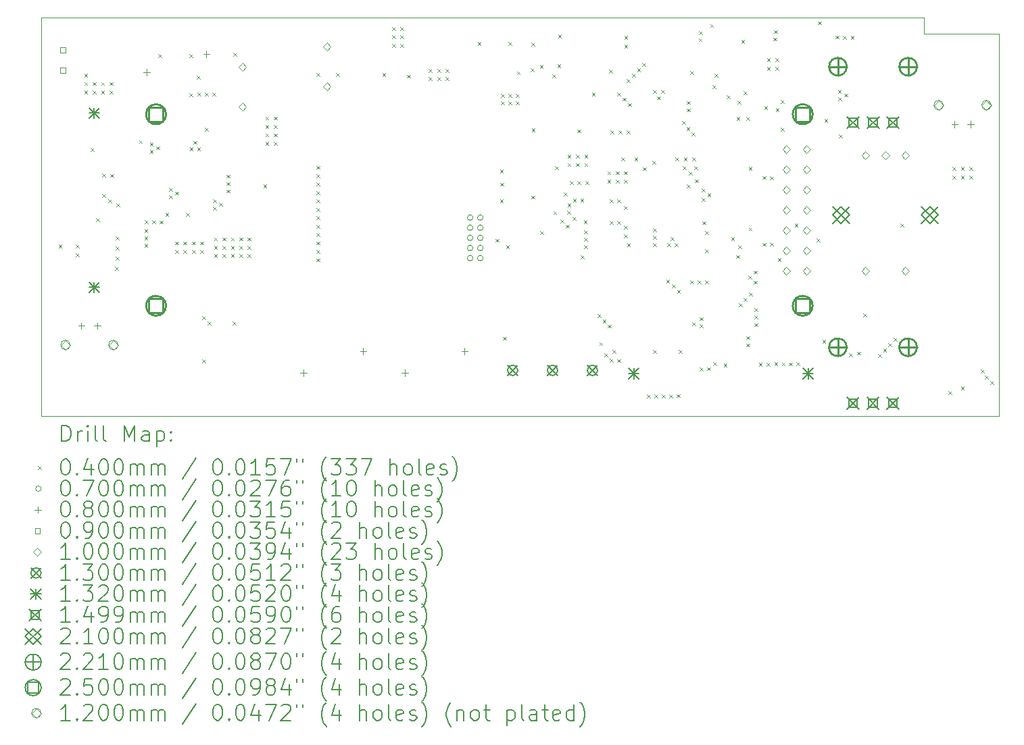
<source format=gbr>
%FSLAX45Y45*%
G04 Gerber Fmt 4.5, Leading zero omitted, Abs format (unit mm)*
G04 Created by KiCad (PCBNEW 6.0.0-2.fc35) date 2022-01-11 17:10:36*
%MOMM*%
%LPD*%
G01*
G04 APERTURE LIST*
%TA.AperFunction,Profile*%
%ADD10C,0.050000*%
%TD*%
%ADD11C,0.200000*%
%ADD12C,0.040000*%
%ADD13C,0.070000*%
%ADD14C,0.080000*%
%ADD15C,0.090000*%
%ADD16C,0.100000*%
%ADD17C,0.130000*%
%ADD18C,0.132000*%
%ADD19C,0.149860*%
%ADD20C,0.210000*%
%ADD21C,0.220980*%
%ADD22C,0.250000*%
%ADD23C,0.120000*%
G04 APERTURE END LIST*
D10*
X20055362Y-7614500D02*
X9002362Y-7614500D01*
X21002362Y-7818500D02*
X21002362Y-12614500D01*
X20055362Y-7818500D02*
X20055362Y-7614500D01*
X9002362Y-12614500D02*
X9002362Y-7614500D01*
X9002362Y-12614500D02*
X21002362Y-12614500D01*
X21002362Y-7818500D02*
X20055362Y-7818500D01*
D11*
D12*
X9218362Y-10464500D02*
X9258362Y-10504500D01*
X9258362Y-10464500D02*
X9218362Y-10504500D01*
X9432362Y-10572500D02*
X9472362Y-10612500D01*
X9472362Y-10572500D02*
X9432362Y-10612500D01*
X9433362Y-10464500D02*
X9473362Y-10504500D01*
X9473362Y-10464500D02*
X9433362Y-10504500D01*
X9539362Y-8319500D02*
X9579362Y-8359500D01*
X9579362Y-8319500D02*
X9539362Y-8359500D01*
X9539362Y-8425000D02*
X9579362Y-8465000D01*
X9579362Y-8425000D02*
X9539362Y-8465000D01*
X9539362Y-8530500D02*
X9579362Y-8570500D01*
X9579362Y-8530500D02*
X9539362Y-8570500D01*
X9619362Y-9250500D02*
X9659362Y-9290500D01*
X9659362Y-9250500D02*
X9619362Y-9290500D01*
X9644862Y-8425000D02*
X9684862Y-8465000D01*
X9684862Y-8425000D02*
X9644862Y-8465000D01*
X9644862Y-8530500D02*
X9684862Y-8570500D01*
X9684862Y-8530500D02*
X9644862Y-8570500D01*
X9690362Y-10128500D02*
X9730362Y-10168500D01*
X9730362Y-10128500D02*
X9690362Y-10168500D01*
X9750362Y-8425000D02*
X9790362Y-8465000D01*
X9790362Y-8425000D02*
X9750362Y-8465000D01*
X9750362Y-8530500D02*
X9790362Y-8570500D01*
X9790362Y-8530500D02*
X9750362Y-8570500D01*
X9762362Y-9825500D02*
X9802362Y-9865500D01*
X9802362Y-9825500D02*
X9762362Y-9865500D01*
X9764362Y-9574500D02*
X9804362Y-9614500D01*
X9804362Y-9574500D02*
X9764362Y-9614500D01*
X9842362Y-9895500D02*
X9882362Y-9935500D01*
X9882362Y-9895500D02*
X9842362Y-9935500D01*
X9855862Y-8425000D02*
X9895862Y-8465000D01*
X9895862Y-8425000D02*
X9855862Y-8465000D01*
X9855862Y-8530500D02*
X9895862Y-8570500D01*
X9895862Y-8530500D02*
X9855862Y-8570500D01*
X9868362Y-9576500D02*
X9908362Y-9616500D01*
X9908362Y-9576500D02*
X9868362Y-9616500D01*
X9926362Y-10739500D02*
X9966362Y-10779500D01*
X9966362Y-10739500D02*
X9926362Y-10779500D01*
X9933362Y-10361500D02*
X9973362Y-10401500D01*
X9973362Y-10361500D02*
X9933362Y-10401500D01*
X9934362Y-10613500D02*
X9974362Y-10653500D01*
X9974362Y-10613500D02*
X9934362Y-10653500D01*
X9935362Y-10485500D02*
X9975362Y-10525500D01*
X9975362Y-10485500D02*
X9935362Y-10525500D01*
X9940362Y-9942500D02*
X9980362Y-9982500D01*
X9980362Y-9942500D02*
X9940362Y-9982500D01*
X10226362Y-9152500D02*
X10266362Y-9192500D01*
X10266362Y-9152500D02*
X10226362Y-9192500D01*
X10292362Y-10267500D02*
X10332362Y-10307500D01*
X10332362Y-10267500D02*
X10292362Y-10307500D01*
X10292362Y-10360500D02*
X10332362Y-10400500D01*
X10332362Y-10360500D02*
X10292362Y-10400500D01*
X10292362Y-10454500D02*
X10332362Y-10494500D01*
X10332362Y-10454500D02*
X10292362Y-10494500D01*
X10299362Y-10159500D02*
X10339362Y-10199500D01*
X10339362Y-10159500D02*
X10299362Y-10199500D01*
X10360362Y-9181500D02*
X10400362Y-9221500D01*
X10400362Y-9181500D02*
X10360362Y-9221500D01*
X10360362Y-9276500D02*
X10400362Y-9316500D01*
X10400362Y-9276500D02*
X10360362Y-9316500D01*
X10393362Y-10159500D02*
X10433362Y-10199500D01*
X10433362Y-10159500D02*
X10393362Y-10199500D01*
X10440362Y-9228500D02*
X10480362Y-9268500D01*
X10480362Y-9228500D02*
X10440362Y-9268500D01*
X10468362Y-8071500D02*
X10508362Y-8111500D01*
X10508362Y-8071500D02*
X10468362Y-8111500D01*
X10486362Y-10160500D02*
X10526362Y-10200500D01*
X10526362Y-10160500D02*
X10486362Y-10200500D01*
X10556147Y-10065284D02*
X10596147Y-10105284D01*
X10596147Y-10065284D02*
X10556147Y-10105284D01*
X10600362Y-9843500D02*
X10640362Y-9883500D01*
X10640362Y-9843500D02*
X10600362Y-9883500D01*
X10601362Y-9748500D02*
X10641362Y-9788500D01*
X10641362Y-9748500D02*
X10601362Y-9788500D01*
X10676362Y-10424500D02*
X10716362Y-10464500D01*
X10716362Y-10424500D02*
X10676362Y-10464500D01*
X10676362Y-10530000D02*
X10716362Y-10570000D01*
X10716362Y-10530000D02*
X10676362Y-10570000D01*
X10680362Y-9796500D02*
X10720362Y-9836500D01*
X10720362Y-9796500D02*
X10680362Y-9836500D01*
X10781862Y-10424500D02*
X10821862Y-10464500D01*
X10821862Y-10424500D02*
X10781862Y-10464500D01*
X10781862Y-10530000D02*
X10821862Y-10570000D01*
X10821862Y-10530000D02*
X10781862Y-10570000D01*
X10814357Y-10064495D02*
X10854357Y-10104495D01*
X10854357Y-10064495D02*
X10814357Y-10104495D01*
X10857362Y-8071500D02*
X10897362Y-8111500D01*
X10897362Y-8071500D02*
X10857362Y-8111500D01*
X10857362Y-8567500D02*
X10897362Y-8607500D01*
X10897362Y-8567500D02*
X10857362Y-8607500D01*
X10860362Y-9241500D02*
X10900362Y-9281500D01*
X10900362Y-9241500D02*
X10860362Y-9281500D01*
X10887362Y-10424500D02*
X10927362Y-10464500D01*
X10927362Y-10424500D02*
X10887362Y-10464500D01*
X10887362Y-10530000D02*
X10927362Y-10570000D01*
X10927362Y-10530000D02*
X10887362Y-10570000D01*
X10907362Y-9161500D02*
X10947362Y-9201500D01*
X10947362Y-9161500D02*
X10907362Y-9201500D01*
X10947662Y-8342500D02*
X10987662Y-8382500D01*
X10987662Y-8342500D02*
X10947662Y-8382500D01*
X10954362Y-9241500D02*
X10994362Y-9281500D01*
X10994362Y-9241500D02*
X10954362Y-9281500D01*
X10955362Y-8556500D02*
X10995362Y-8596500D01*
X10995362Y-8556500D02*
X10955362Y-8596500D01*
X10992862Y-10424500D02*
X11032862Y-10464500D01*
X11032862Y-10424500D02*
X10992862Y-10464500D01*
X10992862Y-10530000D02*
X11032862Y-10570000D01*
X11032862Y-10530000D02*
X10992862Y-10570000D01*
X11016362Y-11357500D02*
X11056362Y-11397500D01*
X11056362Y-11357500D02*
X11016362Y-11397500D01*
X11016362Y-11898500D02*
X11056362Y-11938500D01*
X11056362Y-11898500D02*
X11016362Y-11938500D01*
X11049362Y-8556500D02*
X11089362Y-8596500D01*
X11089362Y-8556500D02*
X11049362Y-8596500D01*
X11049362Y-8997500D02*
X11089362Y-9037500D01*
X11089362Y-8997500D02*
X11049362Y-9037500D01*
X11083362Y-11428500D02*
X11123362Y-11468500D01*
X11123362Y-11428500D02*
X11083362Y-11468500D01*
X11142362Y-8556500D02*
X11182362Y-8596500D01*
X11182362Y-8556500D02*
X11142362Y-8596500D01*
X11150362Y-9984500D02*
X11190362Y-10024500D01*
X11190362Y-9984500D02*
X11150362Y-10024500D01*
X11151362Y-9891500D02*
X11191362Y-9931500D01*
X11191362Y-9891500D02*
X11151362Y-9931500D01*
X11165362Y-10372000D02*
X11205362Y-10412000D01*
X11205362Y-10372000D02*
X11165362Y-10412000D01*
X11165362Y-10477500D02*
X11205362Y-10517500D01*
X11205362Y-10477500D02*
X11165362Y-10517500D01*
X11165362Y-10583000D02*
X11205362Y-10623000D01*
X11205362Y-10583000D02*
X11165362Y-10623000D01*
X11231362Y-9938500D02*
X11271362Y-9978500D01*
X11271362Y-9938500D02*
X11231362Y-9978500D01*
X11270862Y-10372000D02*
X11310862Y-10412000D01*
X11310862Y-10372000D02*
X11270862Y-10412000D01*
X11270862Y-10477500D02*
X11310862Y-10517500D01*
X11310862Y-10477500D02*
X11270862Y-10517500D01*
X11270862Y-10583000D02*
X11310862Y-10623000D01*
X11310862Y-10583000D02*
X11270862Y-10623000D01*
X11320362Y-9584500D02*
X11360362Y-9624500D01*
X11360362Y-9584500D02*
X11320362Y-9624500D01*
X11320362Y-9677500D02*
X11360362Y-9717500D01*
X11360362Y-9677500D02*
X11320362Y-9717500D01*
X11320362Y-9770500D02*
X11360362Y-9810500D01*
X11360362Y-9770500D02*
X11320362Y-9810500D01*
X11376362Y-10372000D02*
X11416362Y-10412000D01*
X11416362Y-10372000D02*
X11376362Y-10412000D01*
X11376362Y-10477500D02*
X11416362Y-10517500D01*
X11416362Y-10477500D02*
X11376362Y-10517500D01*
X11376362Y-10583000D02*
X11416362Y-10623000D01*
X11416362Y-10583000D02*
X11376362Y-10623000D01*
X11397362Y-11428500D02*
X11437362Y-11468500D01*
X11437362Y-11428500D02*
X11397362Y-11468500D01*
X11408362Y-8057800D02*
X11448362Y-8097800D01*
X11448362Y-8057800D02*
X11408362Y-8097800D01*
X11481862Y-10372000D02*
X11521862Y-10412000D01*
X11521862Y-10372000D02*
X11481862Y-10412000D01*
X11481862Y-10477500D02*
X11521862Y-10517500D01*
X11521862Y-10477500D02*
X11481862Y-10517500D01*
X11481862Y-10583000D02*
X11521862Y-10623000D01*
X11521862Y-10583000D02*
X11481862Y-10623000D01*
X11587362Y-10372000D02*
X11627362Y-10412000D01*
X11627362Y-10372000D02*
X11587362Y-10412000D01*
X11587362Y-10477500D02*
X11627362Y-10517500D01*
X11627362Y-10477500D02*
X11587362Y-10517500D01*
X11587362Y-10583000D02*
X11627362Y-10623000D01*
X11627362Y-10583000D02*
X11587362Y-10623000D01*
X11782362Y-9709500D02*
X11822362Y-9749500D01*
X11822362Y-9709500D02*
X11782362Y-9749500D01*
X11809862Y-8857500D02*
X11849862Y-8897500D01*
X11849862Y-8857500D02*
X11809862Y-8897500D01*
X11809862Y-8963000D02*
X11849862Y-9003000D01*
X11849862Y-8963000D02*
X11809862Y-9003000D01*
X11809862Y-9068500D02*
X11849862Y-9108500D01*
X11849862Y-9068500D02*
X11809862Y-9108500D01*
X11809862Y-9174000D02*
X11849862Y-9214000D01*
X11849862Y-9174000D02*
X11809862Y-9214000D01*
X11914362Y-8857500D02*
X11954362Y-8897500D01*
X11954362Y-8857500D02*
X11914362Y-8897500D01*
X11914362Y-8963000D02*
X11954362Y-9003000D01*
X11954362Y-8963000D02*
X11914362Y-9003000D01*
X11914362Y-9068500D02*
X11954362Y-9108500D01*
X11954362Y-9068500D02*
X11914362Y-9108500D01*
X11914362Y-9174000D02*
X11954362Y-9214000D01*
X11954362Y-9174000D02*
X11914362Y-9214000D01*
X12445362Y-9474500D02*
X12485362Y-9514500D01*
X12485362Y-9474500D02*
X12445362Y-9514500D01*
X12445362Y-9580000D02*
X12485362Y-9620000D01*
X12485362Y-9580000D02*
X12445362Y-9620000D01*
X12445362Y-9685500D02*
X12485362Y-9725500D01*
X12485362Y-9685500D02*
X12445362Y-9725500D01*
X12445362Y-9791000D02*
X12485362Y-9831000D01*
X12485362Y-9791000D02*
X12445362Y-9831000D01*
X12445362Y-9896500D02*
X12485362Y-9936500D01*
X12485362Y-9896500D02*
X12445362Y-9936500D01*
X12445362Y-10002000D02*
X12485362Y-10042000D01*
X12485362Y-10002000D02*
X12445362Y-10042000D01*
X12445362Y-10107500D02*
X12485362Y-10147500D01*
X12485362Y-10107500D02*
X12445362Y-10147500D01*
X12445362Y-10213000D02*
X12485362Y-10253000D01*
X12485362Y-10213000D02*
X12445362Y-10253000D01*
X12445362Y-10318500D02*
X12485362Y-10358500D01*
X12485362Y-10318500D02*
X12445362Y-10358500D01*
X12445362Y-10424000D02*
X12485362Y-10464000D01*
X12485362Y-10424000D02*
X12445362Y-10464000D01*
X12445362Y-10529500D02*
X12485362Y-10569500D01*
X12485362Y-10529500D02*
X12445362Y-10569500D01*
X12445362Y-10635000D02*
X12485362Y-10675000D01*
X12485362Y-10635000D02*
X12445362Y-10675000D01*
X12449062Y-8313200D02*
X12489062Y-8353200D01*
X12489062Y-8313200D02*
X12449062Y-8353200D01*
X12693362Y-8313200D02*
X12733362Y-8353200D01*
X12733362Y-8313200D02*
X12693362Y-8353200D01*
X13274062Y-8313200D02*
X13314062Y-8353200D01*
X13314062Y-8313200D02*
X13274062Y-8353200D01*
X13394862Y-7733000D02*
X13434862Y-7773000D01*
X13434862Y-7733000D02*
X13394862Y-7773000D01*
X13394862Y-7838500D02*
X13434862Y-7878500D01*
X13434862Y-7838500D02*
X13394862Y-7878500D01*
X13394862Y-7944000D02*
X13434862Y-7984000D01*
X13434862Y-7944000D02*
X13394862Y-7984000D01*
X13500362Y-7733000D02*
X13540362Y-7773000D01*
X13540362Y-7733000D02*
X13500362Y-7773000D01*
X13500362Y-7838500D02*
X13540362Y-7878500D01*
X13540362Y-7838500D02*
X13500362Y-7878500D01*
X13500362Y-7944000D02*
X13540362Y-7984000D01*
X13540362Y-7944000D02*
X13500362Y-7984000D01*
X13584362Y-8331500D02*
X13624362Y-8371500D01*
X13624362Y-8331500D02*
X13584362Y-8371500D01*
X13855362Y-8258500D02*
X13895362Y-8298500D01*
X13895362Y-8258500D02*
X13855362Y-8298500D01*
X13855362Y-8364000D02*
X13895362Y-8404000D01*
X13895362Y-8364000D02*
X13855362Y-8404000D01*
X13960862Y-8258500D02*
X14000862Y-8298500D01*
X14000862Y-8258500D02*
X13960862Y-8298500D01*
X13960862Y-8364000D02*
X14000862Y-8404000D01*
X14000862Y-8364000D02*
X13960862Y-8404000D01*
X14066362Y-8258500D02*
X14106362Y-8298500D01*
X14106362Y-8258500D02*
X14066362Y-8298500D01*
X14066362Y-8364000D02*
X14106362Y-8404000D01*
X14106362Y-8364000D02*
X14066362Y-8404000D01*
X14466362Y-7921500D02*
X14506362Y-7961500D01*
X14506362Y-7921500D02*
X14466362Y-7961500D01*
X14691362Y-10388500D02*
X14731362Y-10428500D01*
X14731362Y-10388500D02*
X14691362Y-10428500D01*
X14746362Y-9523500D02*
X14786362Y-9563500D01*
X14786362Y-9523500D02*
X14746362Y-9563500D01*
X14746362Y-9895500D02*
X14786362Y-9935500D01*
X14786362Y-9895500D02*
X14746362Y-9935500D01*
X14752362Y-9687500D02*
X14792362Y-9727500D01*
X14792362Y-9687500D02*
X14752362Y-9727500D01*
X14757362Y-8572500D02*
X14797362Y-8612500D01*
X14797362Y-8572500D02*
X14757362Y-8612500D01*
X14757362Y-8665500D02*
X14797362Y-8705500D01*
X14797362Y-8665500D02*
X14757362Y-8705500D01*
X14783362Y-11617500D02*
X14823362Y-11657500D01*
X14823362Y-11617500D02*
X14783362Y-11657500D01*
X14823362Y-10470500D02*
X14863362Y-10510500D01*
X14863362Y-10470500D02*
X14823362Y-10510500D01*
X14850362Y-7922500D02*
X14890362Y-7962500D01*
X14890362Y-7922500D02*
X14850362Y-7962500D01*
X14850362Y-8571500D02*
X14890362Y-8611500D01*
X14890362Y-8571500D02*
X14850362Y-8611500D01*
X14850362Y-8664500D02*
X14890362Y-8704500D01*
X14890362Y-8664500D02*
X14850362Y-8704500D01*
X14943362Y-8572500D02*
X14983362Y-8612500D01*
X14983362Y-8572500D02*
X14943362Y-8612500D01*
X14943362Y-8665500D02*
X14983362Y-8705500D01*
X14983362Y-8665500D02*
X14943362Y-8705500D01*
X14957362Y-8290500D02*
X14997362Y-8330500D01*
X14997362Y-8290500D02*
X14957362Y-8330500D01*
X15134362Y-8249500D02*
X15174362Y-8289500D01*
X15174362Y-8249500D02*
X15134362Y-8289500D01*
X15139788Y-7929200D02*
X15179788Y-7969200D01*
X15179788Y-7929200D02*
X15139788Y-7969200D01*
X15141362Y-9846500D02*
X15181362Y-9886500D01*
X15181362Y-9846500D02*
X15141362Y-9886500D01*
X15145362Y-9004500D02*
X15185362Y-9044500D01*
X15185362Y-9004500D02*
X15145362Y-9044500D01*
X15246362Y-8210500D02*
X15286362Y-8250500D01*
X15286362Y-8210500D02*
X15246362Y-8250500D01*
X15252362Y-10294500D02*
X15292362Y-10334500D01*
X15292362Y-10294500D02*
X15252362Y-10334500D01*
X15399973Y-8325814D02*
X15439973Y-8365814D01*
X15439973Y-8325814D02*
X15399973Y-8365814D01*
X15416162Y-10042500D02*
X15456162Y-10082500D01*
X15456162Y-10042500D02*
X15416162Y-10082500D01*
X15436482Y-9478380D02*
X15476482Y-9518380D01*
X15476482Y-9478380D02*
X15436482Y-9518380D01*
X15465362Y-8202500D02*
X15505362Y-8242500D01*
X15505362Y-8202500D02*
X15465362Y-8242500D01*
X15475362Y-7826500D02*
X15515362Y-7866500D01*
X15515362Y-7826500D02*
X15475362Y-7866500D01*
X15506973Y-10145318D02*
X15546973Y-10185318D01*
X15546973Y-10145318D02*
X15506973Y-10185318D01*
X15546562Y-9808901D02*
X15586562Y-9848901D01*
X15586562Y-9808901D02*
X15546562Y-9848901D01*
X15571261Y-10212103D02*
X15611261Y-10252103D01*
X15611261Y-10212103D02*
X15571261Y-10252103D01*
X15588995Y-10040477D02*
X15628995Y-10080477D01*
X15628995Y-10040477D02*
X15588995Y-10080477D01*
X15592722Y-9947852D02*
X15632722Y-9987852D01*
X15632722Y-9947852D02*
X15592722Y-9987852D01*
X15594362Y-9336000D02*
X15634362Y-9376000D01*
X15634362Y-9336000D02*
X15594362Y-9376000D01*
X15594362Y-9441500D02*
X15634362Y-9481500D01*
X15634362Y-9441500D02*
X15594362Y-9481500D01*
X15621362Y-9668500D02*
X15661362Y-9708500D01*
X15661362Y-9668500D02*
X15621362Y-9708500D01*
X15659114Y-10113045D02*
X15699114Y-10153045D01*
X15699114Y-10113045D02*
X15659114Y-10153045D01*
X15661514Y-9882652D02*
X15701514Y-9922652D01*
X15701514Y-9882652D02*
X15661514Y-9922652D01*
X15699862Y-9336000D02*
X15739862Y-9376000D01*
X15739862Y-9336000D02*
X15699862Y-9376000D01*
X15699862Y-9441500D02*
X15739862Y-9481500D01*
X15739862Y-9441500D02*
X15699862Y-9481500D01*
X15715362Y-9018500D02*
X15755362Y-9058500D01*
X15755362Y-9018500D02*
X15715362Y-9058500D01*
X15715362Y-9668500D02*
X15755362Y-9708500D01*
X15755362Y-9668500D02*
X15715362Y-9708500D01*
X15754618Y-9884700D02*
X15794618Y-9924700D01*
X15794618Y-9884700D02*
X15754618Y-9924700D01*
X15758362Y-10598500D02*
X15798362Y-10638500D01*
X15798362Y-10598500D02*
X15758362Y-10638500D01*
X15797218Y-10159355D02*
X15837218Y-10199355D01*
X15837218Y-10159355D02*
X15797218Y-10199355D01*
X15803362Y-10283500D02*
X15843362Y-10323500D01*
X15843362Y-10283500D02*
X15803362Y-10323500D01*
X15803362Y-10376500D02*
X15843362Y-10416500D01*
X15843362Y-10376500D02*
X15803362Y-10416500D01*
X15803362Y-10469500D02*
X15843362Y-10509500D01*
X15843362Y-10469500D02*
X15803362Y-10509500D01*
X15805362Y-9336000D02*
X15845362Y-9376000D01*
X15845362Y-9336000D02*
X15805362Y-9376000D01*
X15805362Y-9441500D02*
X15845362Y-9481500D01*
X15845362Y-9441500D02*
X15805362Y-9481500D01*
X15820362Y-9668500D02*
X15860362Y-9708500D01*
X15860362Y-9668500D02*
X15820362Y-9708500D01*
X15898362Y-8555500D02*
X15938362Y-8595500D01*
X15938362Y-8555500D02*
X15898362Y-8595500D01*
X15967362Y-11333500D02*
X16007362Y-11373500D01*
X16007362Y-11333500D02*
X15967362Y-11373500D01*
X15990362Y-11684198D02*
X16030362Y-11724198D01*
X16030362Y-11684198D02*
X15990362Y-11724198D01*
X16033862Y-11400000D02*
X16073862Y-11440000D01*
X16073862Y-11400000D02*
X16033862Y-11440000D01*
X16056362Y-11824500D02*
X16096362Y-11864500D01*
X16096362Y-11824500D02*
X16056362Y-11864500D01*
X16092362Y-9542000D02*
X16132362Y-9582000D01*
X16132362Y-9542000D02*
X16092362Y-9582000D01*
X16092362Y-9647500D02*
X16132362Y-9687500D01*
X16132362Y-9647500D02*
X16092362Y-9687500D01*
X16099362Y-11465500D02*
X16139362Y-11505500D01*
X16139362Y-11465500D02*
X16099362Y-11505500D01*
X16116994Y-8267715D02*
X16156994Y-8307715D01*
X16156994Y-8267715D02*
X16116994Y-8307715D01*
X16120362Y-11892500D02*
X16160362Y-11932500D01*
X16160362Y-11892500D02*
X16120362Y-11932500D01*
X16125362Y-9892500D02*
X16165362Y-9932500D01*
X16165362Y-9892500D02*
X16125362Y-9932500D01*
X16125362Y-10164500D02*
X16165362Y-10204500D01*
X16165362Y-10164500D02*
X16125362Y-10204500D01*
X16128362Y-9031500D02*
X16168362Y-9071500D01*
X16168362Y-9031500D02*
X16128362Y-9071500D01*
X16157708Y-11784676D02*
X16197708Y-11824676D01*
X16197708Y-11784676D02*
X16157708Y-11824676D01*
X16197862Y-9542000D02*
X16237862Y-9582000D01*
X16237862Y-9542000D02*
X16197862Y-9582000D01*
X16197862Y-9647500D02*
X16237862Y-9687500D01*
X16237862Y-9647500D02*
X16197862Y-9687500D01*
X16214362Y-11896500D02*
X16254362Y-11936500D01*
X16254362Y-11896500D02*
X16214362Y-11936500D01*
X16215362Y-9892500D02*
X16255362Y-9932500D01*
X16255362Y-9892500D02*
X16215362Y-9932500D01*
X16215362Y-10164500D02*
X16255362Y-10204500D01*
X16255362Y-10164500D02*
X16215362Y-10204500D01*
X16217362Y-8554500D02*
X16257362Y-8594500D01*
X16257362Y-8554500D02*
X16217362Y-8594500D01*
X16232362Y-9030500D02*
X16272362Y-9070500D01*
X16272362Y-9030500D02*
X16232362Y-9070500D01*
X16266362Y-9367500D02*
X16306362Y-9407500D01*
X16306362Y-9367500D02*
X16266362Y-9407500D01*
X16285362Y-8619500D02*
X16325362Y-8659500D01*
X16325362Y-8619500D02*
X16285362Y-8659500D01*
X16303362Y-9542000D02*
X16343362Y-9582000D01*
X16343362Y-9542000D02*
X16303362Y-9582000D01*
X16303362Y-9647500D02*
X16343362Y-9687500D01*
X16343362Y-9647500D02*
X16303362Y-9687500D01*
X16303362Y-9981500D02*
X16343362Y-10021500D01*
X16343362Y-9981500D02*
X16303362Y-10021500D01*
X16303362Y-10221500D02*
X16343362Y-10261500D01*
X16343362Y-10221500D02*
X16303362Y-10261500D01*
X16303362Y-10334500D02*
X16343362Y-10374500D01*
X16343362Y-10334500D02*
X16303362Y-10374500D01*
X16304362Y-7843500D02*
X16344362Y-7883500D01*
X16344362Y-7843500D02*
X16304362Y-7883500D01*
X16305362Y-7956800D02*
X16345362Y-7996800D01*
X16345362Y-7956800D02*
X16305362Y-7996800D01*
X16335362Y-9030500D02*
X16375362Y-9070500D01*
X16375362Y-9030500D02*
X16335362Y-9070500D01*
X16335762Y-8385494D02*
X16375762Y-8425494D01*
X16375762Y-8385494D02*
X16335762Y-8425494D01*
X16339362Y-10447500D02*
X16379362Y-10487500D01*
X16379362Y-10447500D02*
X16339362Y-10487500D01*
X16351362Y-8687500D02*
X16391362Y-8727500D01*
X16391362Y-8687500D02*
X16351362Y-8727500D01*
X16400962Y-8318924D02*
X16440962Y-8358924D01*
X16440962Y-8318924D02*
X16400962Y-8358924D01*
X16432362Y-9370500D02*
X16472362Y-9410500D01*
X16472362Y-9370500D02*
X16432362Y-9410500D01*
X16466162Y-8252082D02*
X16506162Y-8292082D01*
X16506162Y-8252082D02*
X16466162Y-8292082D01*
X16531362Y-8181602D02*
X16571362Y-8221602D01*
X16571362Y-8181602D02*
X16531362Y-8221602D01*
X16539362Y-9491500D02*
X16579362Y-9531500D01*
X16579362Y-9491500D02*
X16539362Y-9531500D01*
X16588756Y-12341121D02*
X16628756Y-12381121D01*
X16628756Y-12341121D02*
X16588756Y-12381121D01*
X16653862Y-9413000D02*
X16693862Y-9453000D01*
X16693862Y-9413000D02*
X16653862Y-9453000D01*
X16663362Y-8523500D02*
X16703362Y-8563500D01*
X16703362Y-8523500D02*
X16663362Y-8563500D01*
X16665195Y-11779667D02*
X16705195Y-11819667D01*
X16705195Y-11779667D02*
X16665195Y-11819667D01*
X16667362Y-10257500D02*
X16707362Y-10297500D01*
X16707362Y-10257500D02*
X16667362Y-10297500D01*
X16667362Y-10349500D02*
X16707362Y-10389500D01*
X16707362Y-10349500D02*
X16667362Y-10389500D01*
X16667362Y-10447500D02*
X16707362Y-10487500D01*
X16707362Y-10447500D02*
X16667362Y-10487500D01*
X16681440Y-12339355D02*
X16721440Y-12379355D01*
X16721440Y-12339355D02*
X16681440Y-12379355D01*
X16715362Y-8602500D02*
X16755362Y-8642500D01*
X16755362Y-8602500D02*
X16715362Y-8642500D01*
X16768862Y-8523500D02*
X16808862Y-8563500D01*
X16808862Y-8523500D02*
X16768862Y-8563500D01*
X16774139Y-12339668D02*
X16814140Y-12379668D01*
X16814140Y-12339668D02*
X16774139Y-12379668D01*
X16830362Y-10901500D02*
X16870362Y-10941500D01*
X16870362Y-10901500D02*
X16830362Y-10941500D01*
X16839362Y-10447500D02*
X16879362Y-10487500D01*
X16879362Y-10447500D02*
X16839362Y-10487500D01*
X16867710Y-12340153D02*
X16907710Y-12380153D01*
X16907710Y-12340153D02*
X16867710Y-12380153D01*
X16885362Y-10366500D02*
X16925362Y-10406500D01*
X16925362Y-10366500D02*
X16885362Y-10406500D01*
X16902362Y-10960500D02*
X16942362Y-11000500D01*
X16942362Y-10960500D02*
X16902362Y-11000500D01*
X16932362Y-10447500D02*
X16972362Y-10487500D01*
X16972362Y-10447500D02*
X16932362Y-10487500D01*
X16943362Y-9369500D02*
X16983362Y-9409500D01*
X16983362Y-9369500D02*
X16943362Y-9409500D01*
X16960362Y-12337187D02*
X17000362Y-12377187D01*
X17000362Y-12337187D02*
X16960362Y-12377187D01*
X16965362Y-11029500D02*
X17005362Y-11069500D01*
X17005362Y-11029500D02*
X16965362Y-11069500D01*
X16984525Y-11784262D02*
X17024525Y-11824262D01*
X17024525Y-11784262D02*
X16984525Y-11824262D01*
X17026045Y-8912828D02*
X17066045Y-8952828D01*
X17066045Y-8912828D02*
X17026045Y-8952828D01*
X17034362Y-9481500D02*
X17074362Y-9521500D01*
X17074362Y-9481500D02*
X17034362Y-9521500D01*
X17050362Y-9369500D02*
X17090362Y-9409500D01*
X17090362Y-9369500D02*
X17050362Y-9409500D01*
X17084082Y-8989753D02*
X17124082Y-9029753D01*
X17124082Y-8989753D02*
X17084082Y-9029753D01*
X17085362Y-9705500D02*
X17125362Y-9745500D01*
X17125362Y-9705500D02*
X17085362Y-9745500D01*
X17090319Y-8661800D02*
X17130319Y-8701800D01*
X17130319Y-8661800D02*
X17090319Y-8701800D01*
X17090661Y-8754500D02*
X17130661Y-8794500D01*
X17130661Y-8754500D02*
X17090661Y-8794500D01*
X17113862Y-9546000D02*
X17153862Y-9586000D01*
X17153862Y-9546000D02*
X17113862Y-9586000D01*
X17128362Y-8285500D02*
X17168362Y-8325500D01*
X17168362Y-8285500D02*
X17128362Y-8325500D01*
X17132362Y-10912500D02*
X17172362Y-10952500D01*
X17172362Y-10912500D02*
X17132362Y-10952500D01*
X17149162Y-9055767D02*
X17189162Y-9095767D01*
X17189162Y-9055767D02*
X17149162Y-9095767D01*
X17154362Y-9369500D02*
X17194362Y-9409500D01*
X17194362Y-9369500D02*
X17154362Y-9409500D01*
X17156862Y-11438000D02*
X17196862Y-11478000D01*
X17196862Y-11438000D02*
X17156862Y-11478000D01*
X17178362Y-9481500D02*
X17218362Y-9521500D01*
X17218362Y-9481500D02*
X17178362Y-9521500D01*
X17192362Y-9645500D02*
X17232362Y-9685500D01*
X17232362Y-9645500D02*
X17192362Y-9685500D01*
X17225362Y-10912500D02*
X17265362Y-10952500D01*
X17265362Y-10912500D02*
X17225362Y-10952500D01*
X17236286Y-7876021D02*
X17276286Y-7916021D01*
X17276286Y-7876021D02*
X17236286Y-7916021D01*
X17239222Y-7783367D02*
X17279222Y-7823367D01*
X17279222Y-7783367D02*
X17239222Y-7823367D01*
X17246362Y-11370500D02*
X17286362Y-11410500D01*
X17286362Y-11370500D02*
X17246362Y-11410500D01*
X17246362Y-11463500D02*
X17286362Y-11503500D01*
X17286362Y-11463500D02*
X17246362Y-11503500D01*
X17246514Y-11999500D02*
X17286514Y-12039500D01*
X17286514Y-11999500D02*
X17246514Y-12039500D01*
X17271362Y-9874500D02*
X17311362Y-9914500D01*
X17311362Y-9874500D02*
X17271362Y-9914500D01*
X17275362Y-9760500D02*
X17315362Y-9800500D01*
X17315362Y-9760500D02*
X17275362Y-9800500D01*
X17280362Y-10168500D02*
X17320362Y-10208500D01*
X17320362Y-10168500D02*
X17280362Y-10208500D01*
X17313362Y-10523500D02*
X17353362Y-10563500D01*
X17353362Y-10523500D02*
X17313362Y-10563500D01*
X17314362Y-10289500D02*
X17354362Y-10329500D01*
X17354362Y-10289500D02*
X17314362Y-10329500D01*
X17318362Y-10912500D02*
X17358362Y-10952500D01*
X17358362Y-10912500D02*
X17318362Y-10952500D01*
X17341362Y-11997152D02*
X17381362Y-12037152D01*
X17381362Y-11997152D02*
X17341362Y-12037152D01*
X17346362Y-9819500D02*
X17386362Y-9859500D01*
X17386362Y-9819500D02*
X17346362Y-9859500D01*
X17379362Y-7697500D02*
X17419362Y-7737500D01*
X17419362Y-7697500D02*
X17379362Y-7737500D01*
X17406501Y-8460500D02*
X17446501Y-8500500D01*
X17446501Y-8460500D02*
X17406501Y-8500500D01*
X17418147Y-11937284D02*
X17458147Y-11977284D01*
X17458147Y-11937284D02*
X17418147Y-11977284D01*
X17437362Y-8321500D02*
X17477362Y-8361500D01*
X17477362Y-8321500D02*
X17437362Y-8361500D01*
X17548622Y-11951723D02*
X17588622Y-11991723D01*
X17588622Y-11951723D02*
X17548622Y-11991723D01*
X17585562Y-8590997D02*
X17625562Y-8630997D01*
X17625562Y-8590997D02*
X17585562Y-8630997D01*
X17643362Y-10368500D02*
X17683362Y-10408500D01*
X17683362Y-10368500D02*
X17643362Y-10408500D01*
X17705966Y-10593103D02*
X17745966Y-10633103D01*
X17745966Y-10593103D02*
X17705966Y-10633103D01*
X17710362Y-8861999D02*
X17750362Y-8901999D01*
X17750362Y-8861999D02*
X17710362Y-8901999D01*
X17723362Y-8656197D02*
X17763362Y-8696197D01*
X17763362Y-8656197D02*
X17723362Y-8696197D01*
X17732362Y-10468500D02*
X17772362Y-10508500D01*
X17772362Y-10468500D02*
X17732362Y-10508500D01*
X17737362Y-11200500D02*
X17777362Y-11240500D01*
X17777362Y-11200500D02*
X17737362Y-11240500D01*
X17770362Y-7894500D02*
X17810362Y-7934500D01*
X17810362Y-7894500D02*
X17770362Y-7934500D01*
X17799519Y-11130657D02*
X17839519Y-11170657D01*
X17839519Y-11130657D02*
X17799519Y-11170657D01*
X17800362Y-8542500D02*
X17840362Y-8582500D01*
X17840362Y-8542500D02*
X17800362Y-8582500D01*
X17831756Y-11608888D02*
X17871756Y-11648888D01*
X17871756Y-11608888D02*
X17831756Y-11648888D01*
X17831756Y-11701538D02*
X17871756Y-11741538D01*
X17871756Y-11701538D02*
X17831756Y-11741538D01*
X17834367Y-8862335D02*
X17874367Y-8902335D01*
X17874367Y-8862335D02*
X17834367Y-8902335D01*
X17858867Y-10851005D02*
X17898867Y-10891005D01*
X17898867Y-10851005D02*
X17858867Y-10891005D01*
X17863017Y-10246500D02*
X17903017Y-10286500D01*
X17903017Y-10246500D02*
X17863017Y-10286500D01*
X17863067Y-9488500D02*
X17903067Y-9528500D01*
X17903067Y-9488500D02*
X17863067Y-9528500D01*
X17865519Y-11064657D02*
X17905519Y-11104657D01*
X17905519Y-11064657D02*
X17865519Y-11104657D01*
X17926362Y-10787500D02*
X17966362Y-10827500D01*
X17966362Y-10787500D02*
X17926362Y-10827500D01*
X17926362Y-10915500D02*
X17966362Y-10955500D01*
X17966362Y-10915500D02*
X17926362Y-10955500D01*
X17934406Y-11258500D02*
X17974406Y-11298500D01*
X17974406Y-11258500D02*
X17934406Y-11298500D01*
X17934406Y-11353500D02*
X17974406Y-11393500D01*
X17974406Y-11353500D02*
X17934406Y-11393500D01*
X17934406Y-11447500D02*
X17974406Y-11487500D01*
X17974406Y-11447500D02*
X17934406Y-11487500D01*
X17990338Y-11944834D02*
X18030338Y-11984834D01*
X18030338Y-11944834D02*
X17990338Y-11984834D01*
X18033656Y-10440566D02*
X18073656Y-10480566D01*
X18073656Y-10440566D02*
X18033656Y-10480566D01*
X18035795Y-9601589D02*
X18075795Y-9641589D01*
X18075795Y-9601589D02*
X18035795Y-9641589D01*
X18056362Y-8724500D02*
X18096362Y-8764500D01*
X18096362Y-8724500D02*
X18056362Y-8764500D01*
X18087085Y-11940223D02*
X18127085Y-11980223D01*
X18127085Y-11940223D02*
X18087085Y-11980223D01*
X18090362Y-8127500D02*
X18130362Y-8167500D01*
X18130362Y-8127500D02*
X18090362Y-8167500D01*
X18090362Y-8233000D02*
X18130362Y-8273000D01*
X18130362Y-8233000D02*
X18090362Y-8273000D01*
X18127958Y-10438401D02*
X18167958Y-10478401D01*
X18167958Y-10438401D02*
X18127958Y-10478401D01*
X18128362Y-9605500D02*
X18168362Y-9645500D01*
X18168362Y-9605500D02*
X18128362Y-9645500D01*
X18174362Y-7865500D02*
X18214362Y-7905500D01*
X18214362Y-7865500D02*
X18174362Y-7905500D01*
X18177258Y-7772845D02*
X18217258Y-7812845D01*
X18217258Y-7772845D02*
X18177258Y-7812845D01*
X18183624Y-11935820D02*
X18223624Y-11975820D01*
X18223624Y-11935820D02*
X18183624Y-11975820D01*
X18195862Y-8127500D02*
X18235862Y-8167500D01*
X18235862Y-8127500D02*
X18195862Y-8167500D01*
X18195862Y-8233000D02*
X18235862Y-8273000D01*
X18235862Y-8233000D02*
X18195862Y-8273000D01*
X18201562Y-8749700D02*
X18241562Y-8789700D01*
X18241562Y-8749700D02*
X18201562Y-8789700D01*
X18226740Y-10632475D02*
X18266740Y-10672475D01*
X18266740Y-10632475D02*
X18226740Y-10672475D01*
X18266533Y-8995600D02*
X18306533Y-9035600D01*
X18306533Y-8995600D02*
X18266533Y-9035600D01*
X18266762Y-8648000D02*
X18306762Y-8688000D01*
X18306762Y-8648000D02*
X18266762Y-8688000D01*
X18276233Y-11938590D02*
X18316233Y-11978590D01*
X18316233Y-11938590D02*
X18276233Y-11978590D01*
X18368882Y-11938105D02*
X18408882Y-11978105D01*
X18408882Y-11938105D02*
X18368882Y-11978105D01*
X18437012Y-10197588D02*
X18477012Y-10237588D01*
X18477012Y-10197588D02*
X18437012Y-10237588D01*
X18461362Y-11932500D02*
X18501362Y-11972500D01*
X18501362Y-11932500D02*
X18461362Y-11972500D01*
X18710362Y-10385500D02*
X18750362Y-10425500D01*
X18750362Y-10385500D02*
X18710362Y-10425500D01*
X18732624Y-7662398D02*
X18772624Y-7702398D01*
X18772624Y-7662398D02*
X18732624Y-7702398D01*
X18786416Y-11653357D02*
X18826416Y-11693357D01*
X18826416Y-11653357D02*
X18786416Y-11693357D01*
X18809762Y-8889033D02*
X18849762Y-8929033D01*
X18849762Y-8889033D02*
X18809762Y-8929033D01*
X18953362Y-7840500D02*
X18993362Y-7880500D01*
X18993362Y-7840500D02*
X18953362Y-7880500D01*
X18980362Y-8523500D02*
X19020362Y-8563500D01*
X19020362Y-8523500D02*
X18980362Y-8563500D01*
X18981362Y-8616500D02*
X19021362Y-8656500D01*
X19021362Y-8616500D02*
X18981362Y-8656500D01*
X18994362Y-9078500D02*
X19034362Y-9118500D01*
X19034362Y-9078500D02*
X18994362Y-9118500D01*
X19046362Y-7842500D02*
X19086362Y-7882500D01*
X19086362Y-7842500D02*
X19046362Y-7882500D01*
X19061362Y-8568500D02*
X19101362Y-8608500D01*
X19101362Y-8568500D02*
X19061362Y-8608500D01*
X19120765Y-11825850D02*
X19160765Y-11865850D01*
X19160765Y-11825850D02*
X19120765Y-11865850D01*
X19140362Y-7843500D02*
X19180362Y-7883500D01*
X19180362Y-7843500D02*
X19140362Y-7883500D01*
X19221396Y-11802917D02*
X19261396Y-11842917D01*
X19261396Y-11802917D02*
X19221396Y-11842917D01*
X19299362Y-11323500D02*
X19339362Y-11363500D01*
X19339362Y-11323500D02*
X19299362Y-11363500D01*
X19482968Y-11832114D02*
X19522968Y-11872114D01*
X19522968Y-11832114D02*
X19482968Y-11872114D01*
X19547362Y-11765500D02*
X19587362Y-11805500D01*
X19587362Y-11765500D02*
X19547362Y-11805500D01*
X19612389Y-11697520D02*
X19652389Y-11737520D01*
X19652389Y-11697520D02*
X19612389Y-11737520D01*
X19676361Y-11630500D02*
X19716361Y-11670500D01*
X19716361Y-11630500D02*
X19676361Y-11670500D01*
X19765362Y-10197500D02*
X19805362Y-10237500D01*
X19805362Y-10197500D02*
X19765362Y-10237500D01*
X20365362Y-12301500D02*
X20405362Y-12341500D01*
X20405362Y-12301500D02*
X20365362Y-12341500D01*
X20415862Y-9489500D02*
X20455862Y-9529500D01*
X20455862Y-9489500D02*
X20415862Y-9529500D01*
X20415862Y-9595000D02*
X20455862Y-9635000D01*
X20455862Y-9595000D02*
X20415862Y-9635000D01*
X20521362Y-9489500D02*
X20561362Y-9529500D01*
X20561362Y-9489500D02*
X20521362Y-9529500D01*
X20521362Y-9595000D02*
X20561362Y-9635000D01*
X20561362Y-9595000D02*
X20521362Y-9635000D01*
X20521930Y-12237068D02*
X20561930Y-12277068D01*
X20561930Y-12237068D02*
X20521930Y-12277068D01*
X20626862Y-9489500D02*
X20666862Y-9529500D01*
X20666862Y-9489500D02*
X20626862Y-9529500D01*
X20626862Y-9595000D02*
X20666862Y-9635000D01*
X20666862Y-9595000D02*
X20626862Y-9635000D01*
X20771860Y-12026171D02*
X20811860Y-12066171D01*
X20811860Y-12026171D02*
X20771860Y-12066171D01*
X20819426Y-12106767D02*
X20859426Y-12146767D01*
X20859426Y-12106767D02*
X20819426Y-12146767D01*
X20888362Y-12171500D02*
X20928362Y-12211500D01*
X20928362Y-12171500D02*
X20888362Y-12211500D01*
D13*
X14408362Y-10122500D02*
G75*
G03*
X14408362Y-10122500I-35000J0D01*
G01*
X14408362Y-10249500D02*
G75*
G03*
X14408362Y-10249500I-35000J0D01*
G01*
X14408362Y-10376500D02*
G75*
G03*
X14408362Y-10376500I-35000J0D01*
G01*
X14408362Y-10503500D02*
G75*
G03*
X14408362Y-10503500I-35000J0D01*
G01*
X14408362Y-10630500D02*
G75*
G03*
X14408362Y-10630500I-35000J0D01*
G01*
X14535362Y-10122500D02*
G75*
G03*
X14535362Y-10122500I-35000J0D01*
G01*
X14535362Y-10249500D02*
G75*
G03*
X14535362Y-10249500I-35000J0D01*
G01*
X14535362Y-10376500D02*
G75*
G03*
X14535362Y-10376500I-35000J0D01*
G01*
X14535362Y-10503500D02*
G75*
G03*
X14535362Y-10503500I-35000J0D01*
G01*
X14535362Y-10630500D02*
G75*
G03*
X14535362Y-10630500I-35000J0D01*
G01*
D14*
X9504362Y-11439500D02*
X9504362Y-11519500D01*
X9464362Y-11479500D02*
X9544362Y-11479500D01*
X9704362Y-11439500D02*
X9704362Y-11519500D01*
X9664362Y-11479500D02*
X9744362Y-11479500D01*
X10320362Y-8261500D02*
X10320362Y-8341500D01*
X10280362Y-8301500D02*
X10360362Y-8301500D01*
X11070362Y-8031500D02*
X11070362Y-8111500D01*
X11030362Y-8071500D02*
X11110362Y-8071500D01*
X12284362Y-12029500D02*
X12284362Y-12109500D01*
X12244362Y-12069500D02*
X12324362Y-12069500D01*
X13034362Y-11759500D02*
X13034362Y-11839500D01*
X12994362Y-11799500D02*
X13074362Y-11799500D01*
X13554362Y-12029500D02*
X13554362Y-12109500D01*
X13514362Y-12069500D02*
X13594362Y-12069500D01*
X14304362Y-11759500D02*
X14304362Y-11839500D01*
X14264362Y-11799500D02*
X14344362Y-11799500D01*
X20441362Y-8913500D02*
X20441362Y-8993500D01*
X20401362Y-8953500D02*
X20481362Y-8953500D01*
X20641362Y-8913500D02*
X20641362Y-8993500D01*
X20601362Y-8953500D02*
X20681362Y-8953500D01*
D15*
X9302182Y-8054320D02*
X9302182Y-7990680D01*
X9238542Y-7990680D01*
X9238542Y-8054320D01*
X9302182Y-8054320D01*
X9302182Y-8308320D02*
X9302182Y-8244680D01*
X9238542Y-8244680D01*
X9238542Y-8308320D01*
X9302182Y-8308320D01*
D16*
X11520362Y-8280500D02*
X11570362Y-8230500D01*
X11520362Y-8180500D01*
X11470362Y-8230500D01*
X11520362Y-8280500D01*
X11520362Y-8780500D02*
X11570362Y-8730500D01*
X11520362Y-8680500D01*
X11470362Y-8730500D01*
X11520362Y-8780500D01*
X12578362Y-8026500D02*
X12628362Y-7976500D01*
X12578362Y-7926500D01*
X12528362Y-7976500D01*
X12578362Y-8026500D01*
X12578362Y-8526500D02*
X12628362Y-8476500D01*
X12578362Y-8426500D01*
X12528362Y-8476500D01*
X12578362Y-8526500D01*
X18335362Y-9316000D02*
X18385362Y-9266000D01*
X18335362Y-9216000D01*
X18285362Y-9266000D01*
X18335362Y-9316000D01*
X18335362Y-9570000D02*
X18385362Y-9520000D01*
X18335362Y-9470000D01*
X18285362Y-9520000D01*
X18335362Y-9570000D01*
X18335362Y-9824000D02*
X18385362Y-9774000D01*
X18335362Y-9724000D01*
X18285362Y-9774000D01*
X18335362Y-9824000D01*
X18335362Y-10078000D02*
X18385362Y-10028000D01*
X18335362Y-9978000D01*
X18285362Y-10028000D01*
X18335362Y-10078000D01*
X18335362Y-10332000D02*
X18385362Y-10282000D01*
X18335362Y-10232000D01*
X18285362Y-10282000D01*
X18335362Y-10332000D01*
X18335362Y-10586000D02*
X18385362Y-10536000D01*
X18335362Y-10486000D01*
X18285362Y-10536000D01*
X18335362Y-10586000D01*
X18335362Y-10840000D02*
X18385362Y-10790000D01*
X18335362Y-10740000D01*
X18285362Y-10790000D01*
X18335362Y-10840000D01*
X18589362Y-9316000D02*
X18639362Y-9266000D01*
X18589362Y-9216000D01*
X18539362Y-9266000D01*
X18589362Y-9316000D01*
X18589362Y-9570000D02*
X18639362Y-9520000D01*
X18589362Y-9470000D01*
X18539362Y-9520000D01*
X18589362Y-9570000D01*
X18589362Y-9824000D02*
X18639362Y-9774000D01*
X18589362Y-9724000D01*
X18539362Y-9774000D01*
X18589362Y-9824000D01*
X18589362Y-10078000D02*
X18639362Y-10028000D01*
X18589362Y-9978000D01*
X18539362Y-10028000D01*
X18589362Y-10078000D01*
X18589362Y-10332000D02*
X18639362Y-10282000D01*
X18589362Y-10232000D01*
X18539362Y-10282000D01*
X18589362Y-10332000D01*
X18589362Y-10586000D02*
X18639362Y-10536000D01*
X18589362Y-10486000D01*
X18539362Y-10536000D01*
X18589362Y-10586000D01*
X18589362Y-10840000D02*
X18639362Y-10790000D01*
X18589362Y-10740000D01*
X18539362Y-10790000D01*
X18589362Y-10840000D01*
X19325362Y-9389500D02*
X19375362Y-9339500D01*
X19325362Y-9289500D01*
X19275362Y-9339500D01*
X19325362Y-9389500D01*
X19325362Y-10839500D02*
X19375362Y-10789500D01*
X19325362Y-10739500D01*
X19275362Y-10789500D01*
X19325362Y-10839500D01*
X19575362Y-9389500D02*
X19625362Y-9339500D01*
X19575362Y-9289500D01*
X19525362Y-9339500D01*
X19575362Y-9389500D01*
X19825362Y-9389500D02*
X19875362Y-9339500D01*
X19825362Y-9289500D01*
X19775362Y-9339500D01*
X19825362Y-9389500D01*
X19825362Y-10839500D02*
X19875362Y-10789500D01*
X19825362Y-10739500D01*
X19775362Y-10789500D01*
X19825362Y-10839500D01*
D17*
X14840362Y-11972500D02*
X14970362Y-12102500D01*
X14970362Y-11972500D02*
X14840362Y-12102500D01*
X14970362Y-12037500D02*
G75*
G03*
X14970362Y-12037500I-65000J0D01*
G01*
X15340362Y-11972500D02*
X15470362Y-12102500D01*
X15470362Y-11972500D02*
X15340362Y-12102500D01*
X15470362Y-12037500D02*
G75*
G03*
X15470362Y-12037500I-65000J0D01*
G01*
X15840362Y-11972500D02*
X15970362Y-12102500D01*
X15970362Y-11972500D02*
X15840362Y-12102500D01*
X15970362Y-12037500D02*
G75*
G03*
X15970362Y-12037500I-65000J0D01*
G01*
D18*
X9598362Y-8746500D02*
X9730362Y-8878500D01*
X9730362Y-8746500D02*
X9598362Y-8878500D01*
X9664362Y-8746500D02*
X9664362Y-8878500D01*
X9598362Y-8812500D02*
X9730362Y-8812500D01*
X9598362Y-10930500D02*
X9730362Y-11062500D01*
X9730362Y-10930500D02*
X9598362Y-11062500D01*
X9664362Y-10930500D02*
X9664362Y-11062500D01*
X9598362Y-10996500D02*
X9730362Y-10996500D01*
X16357362Y-12013500D02*
X16489362Y-12145500D01*
X16489362Y-12013500D02*
X16357362Y-12145500D01*
X16423362Y-12013500D02*
X16423362Y-12145500D01*
X16357362Y-12079500D02*
X16489362Y-12079500D01*
X18541362Y-12013500D02*
X18673362Y-12145500D01*
X18673362Y-12013500D02*
X18541362Y-12145500D01*
X18607362Y-12013500D02*
X18607362Y-12145500D01*
X18541362Y-12079500D02*
X18673362Y-12079500D01*
D19*
X19095592Y-12373370D02*
X19245452Y-12523230D01*
X19245452Y-12373370D02*
X19095592Y-12523230D01*
X19223506Y-12501284D02*
X19223506Y-12395316D01*
X19117538Y-12395316D01*
X19117538Y-12501284D01*
X19223506Y-12501284D01*
X19096592Y-8856570D02*
X19246452Y-9006430D01*
X19246452Y-8856570D02*
X19096592Y-9006430D01*
X19224506Y-8984484D02*
X19224506Y-8878516D01*
X19118538Y-8878516D01*
X19118538Y-8984484D01*
X19224506Y-8984484D01*
X19344512Y-12373370D02*
X19494372Y-12523230D01*
X19494372Y-12373370D02*
X19344512Y-12523230D01*
X19472426Y-12501284D02*
X19472426Y-12395316D01*
X19366458Y-12395316D01*
X19366458Y-12501284D01*
X19472426Y-12501284D01*
X19345512Y-8856570D02*
X19495372Y-9006430D01*
X19495372Y-8856570D02*
X19345512Y-9006430D01*
X19473426Y-8984484D02*
X19473426Y-8878516D01*
X19367458Y-8878516D01*
X19367458Y-8984484D01*
X19473426Y-8984484D01*
X19593432Y-12373370D02*
X19743292Y-12523230D01*
X19743292Y-12373370D02*
X19593432Y-12523230D01*
X19721346Y-12501284D02*
X19721346Y-12395316D01*
X19615378Y-12395316D01*
X19615378Y-12501284D01*
X19721346Y-12501284D01*
X19594432Y-8856570D02*
X19744292Y-9006430D01*
X19744292Y-8856570D02*
X19594432Y-9006430D01*
X19722346Y-8984484D02*
X19722346Y-8878516D01*
X19616378Y-8878516D01*
X19616378Y-8984484D01*
X19722346Y-8984484D01*
D20*
X18915362Y-9984500D02*
X19125362Y-10194500D01*
X19125362Y-9984500D02*
X18915362Y-10194500D01*
X19020362Y-10194500D02*
X19125362Y-10089500D01*
X19020362Y-9984500D01*
X18915362Y-10089500D01*
X19020362Y-10194500D01*
X20025362Y-9984500D02*
X20235362Y-10194500D01*
X20235362Y-9984500D02*
X20025362Y-10194500D01*
X20130362Y-10194500D02*
X20235362Y-10089500D01*
X20130362Y-9984500D01*
X20025362Y-10089500D01*
X20130362Y-10194500D01*
D21*
X18979422Y-11637810D02*
X18979422Y-11858790D01*
X18868932Y-11748300D02*
X19089912Y-11748300D01*
X19089912Y-11748300D02*
G75*
G03*
X19089912Y-11748300I-110490J0D01*
G01*
X18980422Y-8121010D02*
X18980422Y-8341990D01*
X18869932Y-8231500D02*
X19090912Y-8231500D01*
X19090912Y-8231500D02*
G75*
G03*
X19090912Y-8231500I-110490J0D01*
G01*
X19859462Y-11637810D02*
X19859462Y-11858790D01*
X19748972Y-11748300D02*
X19969952Y-11748300D01*
X19969952Y-11748300D02*
G75*
G03*
X19969952Y-11748300I-110490J0D01*
G01*
X19860462Y-8121010D02*
X19860462Y-8341990D01*
X19749972Y-8231500D02*
X19970952Y-8231500D01*
X19970952Y-8231500D02*
G75*
G03*
X19970952Y-8231500I-110490J0D01*
G01*
D22*
X10527752Y-8916389D02*
X10527752Y-8739611D01*
X10350973Y-8739611D01*
X10350973Y-8916389D01*
X10527752Y-8916389D01*
X10564362Y-8828000D02*
G75*
G03*
X10564362Y-8828000I-125000J0D01*
G01*
X10527752Y-11316389D02*
X10527752Y-11139611D01*
X10350973Y-11139611D01*
X10350973Y-11316389D01*
X10527752Y-11316389D01*
X10564362Y-11228000D02*
G75*
G03*
X10564362Y-11228000I-125000J0D01*
G01*
X18627752Y-8916389D02*
X18627752Y-8739611D01*
X18450973Y-8739611D01*
X18450973Y-8916389D01*
X18627752Y-8916389D01*
X18664362Y-8828000D02*
G75*
G03*
X18664362Y-8828000I-125000J0D01*
G01*
X18627752Y-11316389D02*
X18627752Y-11139611D01*
X18450973Y-11139611D01*
X18450973Y-11316389D01*
X18627752Y-11316389D01*
X18664362Y-11228000D02*
G75*
G03*
X18664362Y-11228000I-125000J0D01*
G01*
D23*
X9304362Y-11779500D02*
X9364362Y-11719500D01*
X9304362Y-11659500D01*
X9244362Y-11719500D01*
X9304362Y-11779500D01*
X9364362Y-11719500D02*
G75*
G03*
X9364362Y-11719500I-60000J0D01*
G01*
X9904362Y-11779500D02*
X9964362Y-11719500D01*
X9904362Y-11659500D01*
X9844362Y-11719500D01*
X9904362Y-11779500D01*
X9964362Y-11719500D02*
G75*
G03*
X9964362Y-11719500I-60000J0D01*
G01*
X20241362Y-8773500D02*
X20301362Y-8713500D01*
X20241362Y-8653500D01*
X20181362Y-8713500D01*
X20241362Y-8773500D01*
X20301362Y-8713500D02*
G75*
G03*
X20301362Y-8713500I-60000J0D01*
G01*
X20841362Y-8773500D02*
X20901362Y-8713500D01*
X20841362Y-8653500D01*
X20781362Y-8713500D01*
X20841362Y-8773500D01*
X20901362Y-8713500D02*
G75*
G03*
X20901362Y-8713500I-60000J0D01*
G01*
D11*
X9257481Y-12927476D02*
X9257481Y-12727476D01*
X9305100Y-12727476D01*
X9333672Y-12737000D01*
X9352719Y-12756048D01*
X9362243Y-12775095D01*
X9371767Y-12813190D01*
X9371767Y-12841762D01*
X9362243Y-12879857D01*
X9352719Y-12898905D01*
X9333672Y-12917952D01*
X9305100Y-12927476D01*
X9257481Y-12927476D01*
X9457481Y-12927476D02*
X9457481Y-12794143D01*
X9457481Y-12832238D02*
X9467005Y-12813190D01*
X9476529Y-12803667D01*
X9495577Y-12794143D01*
X9514624Y-12794143D01*
X9581291Y-12927476D02*
X9581291Y-12794143D01*
X9581291Y-12727476D02*
X9571767Y-12737000D01*
X9581291Y-12746524D01*
X9590815Y-12737000D01*
X9581291Y-12727476D01*
X9581291Y-12746524D01*
X9705100Y-12927476D02*
X9686053Y-12917952D01*
X9676529Y-12898905D01*
X9676529Y-12727476D01*
X9809862Y-12927476D02*
X9790815Y-12917952D01*
X9781291Y-12898905D01*
X9781291Y-12727476D01*
X10038434Y-12927476D02*
X10038434Y-12727476D01*
X10105100Y-12870333D01*
X10171767Y-12727476D01*
X10171767Y-12927476D01*
X10352719Y-12927476D02*
X10352719Y-12822714D01*
X10343196Y-12803667D01*
X10324148Y-12794143D01*
X10286053Y-12794143D01*
X10267005Y-12803667D01*
X10352719Y-12917952D02*
X10333672Y-12927476D01*
X10286053Y-12927476D01*
X10267005Y-12917952D01*
X10257481Y-12898905D01*
X10257481Y-12879857D01*
X10267005Y-12860809D01*
X10286053Y-12851286D01*
X10333672Y-12851286D01*
X10352719Y-12841762D01*
X10447958Y-12794143D02*
X10447958Y-12994143D01*
X10447958Y-12803667D02*
X10467005Y-12794143D01*
X10505100Y-12794143D01*
X10524148Y-12803667D01*
X10533672Y-12813190D01*
X10543196Y-12832238D01*
X10543196Y-12889381D01*
X10533672Y-12908428D01*
X10524148Y-12917952D01*
X10505100Y-12927476D01*
X10467005Y-12927476D01*
X10447958Y-12917952D01*
X10628910Y-12908428D02*
X10638434Y-12917952D01*
X10628910Y-12927476D01*
X10619386Y-12917952D01*
X10628910Y-12908428D01*
X10628910Y-12927476D01*
X10628910Y-12803667D02*
X10638434Y-12813190D01*
X10628910Y-12822714D01*
X10619386Y-12813190D01*
X10628910Y-12803667D01*
X10628910Y-12822714D01*
D12*
X8959862Y-13237000D02*
X8999862Y-13277000D01*
X8999862Y-13237000D02*
X8959862Y-13277000D01*
D11*
X9295577Y-13147476D02*
X9314624Y-13147476D01*
X9333672Y-13157000D01*
X9343196Y-13166524D01*
X9352719Y-13185571D01*
X9362243Y-13223667D01*
X9362243Y-13271286D01*
X9352719Y-13309381D01*
X9343196Y-13328428D01*
X9333672Y-13337952D01*
X9314624Y-13347476D01*
X9295577Y-13347476D01*
X9276529Y-13337952D01*
X9267005Y-13328428D01*
X9257481Y-13309381D01*
X9247958Y-13271286D01*
X9247958Y-13223667D01*
X9257481Y-13185571D01*
X9267005Y-13166524D01*
X9276529Y-13157000D01*
X9295577Y-13147476D01*
X9447958Y-13328428D02*
X9457481Y-13337952D01*
X9447958Y-13347476D01*
X9438434Y-13337952D01*
X9447958Y-13328428D01*
X9447958Y-13347476D01*
X9628910Y-13214143D02*
X9628910Y-13347476D01*
X9581291Y-13137952D02*
X9533672Y-13280809D01*
X9657481Y-13280809D01*
X9771767Y-13147476D02*
X9790815Y-13147476D01*
X9809862Y-13157000D01*
X9819386Y-13166524D01*
X9828910Y-13185571D01*
X9838434Y-13223667D01*
X9838434Y-13271286D01*
X9828910Y-13309381D01*
X9819386Y-13328428D01*
X9809862Y-13337952D01*
X9790815Y-13347476D01*
X9771767Y-13347476D01*
X9752719Y-13337952D01*
X9743196Y-13328428D01*
X9733672Y-13309381D01*
X9724148Y-13271286D01*
X9724148Y-13223667D01*
X9733672Y-13185571D01*
X9743196Y-13166524D01*
X9752719Y-13157000D01*
X9771767Y-13147476D01*
X9962243Y-13147476D02*
X9981291Y-13147476D01*
X10000338Y-13157000D01*
X10009862Y-13166524D01*
X10019386Y-13185571D01*
X10028910Y-13223667D01*
X10028910Y-13271286D01*
X10019386Y-13309381D01*
X10009862Y-13328428D01*
X10000338Y-13337952D01*
X9981291Y-13347476D01*
X9962243Y-13347476D01*
X9943196Y-13337952D01*
X9933672Y-13328428D01*
X9924148Y-13309381D01*
X9914624Y-13271286D01*
X9914624Y-13223667D01*
X9924148Y-13185571D01*
X9933672Y-13166524D01*
X9943196Y-13157000D01*
X9962243Y-13147476D01*
X10114624Y-13347476D02*
X10114624Y-13214143D01*
X10114624Y-13233190D02*
X10124148Y-13223667D01*
X10143196Y-13214143D01*
X10171767Y-13214143D01*
X10190815Y-13223667D01*
X10200338Y-13242714D01*
X10200338Y-13347476D01*
X10200338Y-13242714D02*
X10209862Y-13223667D01*
X10228910Y-13214143D01*
X10257481Y-13214143D01*
X10276529Y-13223667D01*
X10286053Y-13242714D01*
X10286053Y-13347476D01*
X10381291Y-13347476D02*
X10381291Y-13214143D01*
X10381291Y-13233190D02*
X10390815Y-13223667D01*
X10409862Y-13214143D01*
X10438434Y-13214143D01*
X10457481Y-13223667D01*
X10467005Y-13242714D01*
X10467005Y-13347476D01*
X10467005Y-13242714D02*
X10476529Y-13223667D01*
X10495577Y-13214143D01*
X10524148Y-13214143D01*
X10543196Y-13223667D01*
X10552719Y-13242714D01*
X10552719Y-13347476D01*
X10943196Y-13137952D02*
X10771767Y-13395095D01*
X11200338Y-13147476D02*
X11219386Y-13147476D01*
X11238434Y-13157000D01*
X11247957Y-13166524D01*
X11257481Y-13185571D01*
X11267005Y-13223667D01*
X11267005Y-13271286D01*
X11257481Y-13309381D01*
X11247957Y-13328428D01*
X11238434Y-13337952D01*
X11219386Y-13347476D01*
X11200338Y-13347476D01*
X11181291Y-13337952D01*
X11171767Y-13328428D01*
X11162243Y-13309381D01*
X11152719Y-13271286D01*
X11152719Y-13223667D01*
X11162243Y-13185571D01*
X11171767Y-13166524D01*
X11181291Y-13157000D01*
X11200338Y-13147476D01*
X11352719Y-13328428D02*
X11362243Y-13337952D01*
X11352719Y-13347476D01*
X11343196Y-13337952D01*
X11352719Y-13328428D01*
X11352719Y-13347476D01*
X11486053Y-13147476D02*
X11505100Y-13147476D01*
X11524148Y-13157000D01*
X11533672Y-13166524D01*
X11543196Y-13185571D01*
X11552719Y-13223667D01*
X11552719Y-13271286D01*
X11543196Y-13309381D01*
X11533672Y-13328428D01*
X11524148Y-13337952D01*
X11505100Y-13347476D01*
X11486053Y-13347476D01*
X11467005Y-13337952D01*
X11457481Y-13328428D01*
X11447957Y-13309381D01*
X11438434Y-13271286D01*
X11438434Y-13223667D01*
X11447957Y-13185571D01*
X11457481Y-13166524D01*
X11467005Y-13157000D01*
X11486053Y-13147476D01*
X11743196Y-13347476D02*
X11628910Y-13347476D01*
X11686053Y-13347476D02*
X11686053Y-13147476D01*
X11667005Y-13176048D01*
X11647957Y-13195095D01*
X11628910Y-13204619D01*
X11924148Y-13147476D02*
X11828910Y-13147476D01*
X11819386Y-13242714D01*
X11828910Y-13233190D01*
X11847957Y-13223667D01*
X11895576Y-13223667D01*
X11914624Y-13233190D01*
X11924148Y-13242714D01*
X11933672Y-13261762D01*
X11933672Y-13309381D01*
X11924148Y-13328428D01*
X11914624Y-13337952D01*
X11895576Y-13347476D01*
X11847957Y-13347476D01*
X11828910Y-13337952D01*
X11819386Y-13328428D01*
X12000338Y-13147476D02*
X12133672Y-13147476D01*
X12047957Y-13347476D01*
X12200338Y-13147476D02*
X12200338Y-13185571D01*
X12276529Y-13147476D02*
X12276529Y-13185571D01*
X12571767Y-13423667D02*
X12562243Y-13414143D01*
X12543196Y-13385571D01*
X12533672Y-13366524D01*
X12524148Y-13337952D01*
X12514624Y-13290333D01*
X12514624Y-13252238D01*
X12524148Y-13204619D01*
X12533672Y-13176048D01*
X12543196Y-13157000D01*
X12562243Y-13128428D01*
X12571767Y-13118905D01*
X12628910Y-13147476D02*
X12752719Y-13147476D01*
X12686053Y-13223667D01*
X12714624Y-13223667D01*
X12733672Y-13233190D01*
X12743196Y-13242714D01*
X12752719Y-13261762D01*
X12752719Y-13309381D01*
X12743196Y-13328428D01*
X12733672Y-13337952D01*
X12714624Y-13347476D01*
X12657481Y-13347476D01*
X12638434Y-13337952D01*
X12628910Y-13328428D01*
X12819386Y-13147476D02*
X12943196Y-13147476D01*
X12876529Y-13223667D01*
X12905100Y-13223667D01*
X12924148Y-13233190D01*
X12933672Y-13242714D01*
X12943196Y-13261762D01*
X12943196Y-13309381D01*
X12933672Y-13328428D01*
X12924148Y-13337952D01*
X12905100Y-13347476D01*
X12847957Y-13347476D01*
X12828910Y-13337952D01*
X12819386Y-13328428D01*
X13009862Y-13147476D02*
X13143196Y-13147476D01*
X13057481Y-13347476D01*
X13371767Y-13347476D02*
X13371767Y-13147476D01*
X13457481Y-13347476D02*
X13457481Y-13242714D01*
X13447957Y-13223667D01*
X13428910Y-13214143D01*
X13400338Y-13214143D01*
X13381291Y-13223667D01*
X13371767Y-13233190D01*
X13581291Y-13347476D02*
X13562243Y-13337952D01*
X13552719Y-13328428D01*
X13543196Y-13309381D01*
X13543196Y-13252238D01*
X13552719Y-13233190D01*
X13562243Y-13223667D01*
X13581291Y-13214143D01*
X13609862Y-13214143D01*
X13628910Y-13223667D01*
X13638434Y-13233190D01*
X13647957Y-13252238D01*
X13647957Y-13309381D01*
X13638434Y-13328428D01*
X13628910Y-13337952D01*
X13609862Y-13347476D01*
X13581291Y-13347476D01*
X13762243Y-13347476D02*
X13743196Y-13337952D01*
X13733672Y-13318905D01*
X13733672Y-13147476D01*
X13914624Y-13337952D02*
X13895576Y-13347476D01*
X13857481Y-13347476D01*
X13838434Y-13337952D01*
X13828910Y-13318905D01*
X13828910Y-13242714D01*
X13838434Y-13223667D01*
X13857481Y-13214143D01*
X13895576Y-13214143D01*
X13914624Y-13223667D01*
X13924148Y-13242714D01*
X13924148Y-13261762D01*
X13828910Y-13280809D01*
X14000338Y-13337952D02*
X14019386Y-13347476D01*
X14057481Y-13347476D01*
X14076529Y-13337952D01*
X14086053Y-13318905D01*
X14086053Y-13309381D01*
X14076529Y-13290333D01*
X14057481Y-13280809D01*
X14028910Y-13280809D01*
X14009862Y-13271286D01*
X14000338Y-13252238D01*
X14000338Y-13242714D01*
X14009862Y-13223667D01*
X14028910Y-13214143D01*
X14057481Y-13214143D01*
X14076529Y-13223667D01*
X14152719Y-13423667D02*
X14162243Y-13414143D01*
X14181291Y-13385571D01*
X14190815Y-13366524D01*
X14200338Y-13337952D01*
X14209862Y-13290333D01*
X14209862Y-13252238D01*
X14200338Y-13204619D01*
X14190815Y-13176048D01*
X14181291Y-13157000D01*
X14162243Y-13128428D01*
X14152719Y-13118905D01*
D13*
X8999862Y-13521000D02*
G75*
G03*
X8999862Y-13521000I-35000J0D01*
G01*
D11*
X9295577Y-13411476D02*
X9314624Y-13411476D01*
X9333672Y-13421000D01*
X9343196Y-13430524D01*
X9352719Y-13449571D01*
X9362243Y-13487667D01*
X9362243Y-13535286D01*
X9352719Y-13573381D01*
X9343196Y-13592428D01*
X9333672Y-13601952D01*
X9314624Y-13611476D01*
X9295577Y-13611476D01*
X9276529Y-13601952D01*
X9267005Y-13592428D01*
X9257481Y-13573381D01*
X9247958Y-13535286D01*
X9247958Y-13487667D01*
X9257481Y-13449571D01*
X9267005Y-13430524D01*
X9276529Y-13421000D01*
X9295577Y-13411476D01*
X9447958Y-13592428D02*
X9457481Y-13601952D01*
X9447958Y-13611476D01*
X9438434Y-13601952D01*
X9447958Y-13592428D01*
X9447958Y-13611476D01*
X9524148Y-13411476D02*
X9657481Y-13411476D01*
X9571767Y-13611476D01*
X9771767Y-13411476D02*
X9790815Y-13411476D01*
X9809862Y-13421000D01*
X9819386Y-13430524D01*
X9828910Y-13449571D01*
X9838434Y-13487667D01*
X9838434Y-13535286D01*
X9828910Y-13573381D01*
X9819386Y-13592428D01*
X9809862Y-13601952D01*
X9790815Y-13611476D01*
X9771767Y-13611476D01*
X9752719Y-13601952D01*
X9743196Y-13592428D01*
X9733672Y-13573381D01*
X9724148Y-13535286D01*
X9724148Y-13487667D01*
X9733672Y-13449571D01*
X9743196Y-13430524D01*
X9752719Y-13421000D01*
X9771767Y-13411476D01*
X9962243Y-13411476D02*
X9981291Y-13411476D01*
X10000338Y-13421000D01*
X10009862Y-13430524D01*
X10019386Y-13449571D01*
X10028910Y-13487667D01*
X10028910Y-13535286D01*
X10019386Y-13573381D01*
X10009862Y-13592428D01*
X10000338Y-13601952D01*
X9981291Y-13611476D01*
X9962243Y-13611476D01*
X9943196Y-13601952D01*
X9933672Y-13592428D01*
X9924148Y-13573381D01*
X9914624Y-13535286D01*
X9914624Y-13487667D01*
X9924148Y-13449571D01*
X9933672Y-13430524D01*
X9943196Y-13421000D01*
X9962243Y-13411476D01*
X10114624Y-13611476D02*
X10114624Y-13478143D01*
X10114624Y-13497190D02*
X10124148Y-13487667D01*
X10143196Y-13478143D01*
X10171767Y-13478143D01*
X10190815Y-13487667D01*
X10200338Y-13506714D01*
X10200338Y-13611476D01*
X10200338Y-13506714D02*
X10209862Y-13487667D01*
X10228910Y-13478143D01*
X10257481Y-13478143D01*
X10276529Y-13487667D01*
X10286053Y-13506714D01*
X10286053Y-13611476D01*
X10381291Y-13611476D02*
X10381291Y-13478143D01*
X10381291Y-13497190D02*
X10390815Y-13487667D01*
X10409862Y-13478143D01*
X10438434Y-13478143D01*
X10457481Y-13487667D01*
X10467005Y-13506714D01*
X10467005Y-13611476D01*
X10467005Y-13506714D02*
X10476529Y-13487667D01*
X10495577Y-13478143D01*
X10524148Y-13478143D01*
X10543196Y-13487667D01*
X10552719Y-13506714D01*
X10552719Y-13611476D01*
X10943196Y-13401952D02*
X10771767Y-13659095D01*
X11200338Y-13411476D02*
X11219386Y-13411476D01*
X11238434Y-13421000D01*
X11247957Y-13430524D01*
X11257481Y-13449571D01*
X11267005Y-13487667D01*
X11267005Y-13535286D01*
X11257481Y-13573381D01*
X11247957Y-13592428D01*
X11238434Y-13601952D01*
X11219386Y-13611476D01*
X11200338Y-13611476D01*
X11181291Y-13601952D01*
X11171767Y-13592428D01*
X11162243Y-13573381D01*
X11152719Y-13535286D01*
X11152719Y-13487667D01*
X11162243Y-13449571D01*
X11171767Y-13430524D01*
X11181291Y-13421000D01*
X11200338Y-13411476D01*
X11352719Y-13592428D02*
X11362243Y-13601952D01*
X11352719Y-13611476D01*
X11343196Y-13601952D01*
X11352719Y-13592428D01*
X11352719Y-13611476D01*
X11486053Y-13411476D02*
X11505100Y-13411476D01*
X11524148Y-13421000D01*
X11533672Y-13430524D01*
X11543196Y-13449571D01*
X11552719Y-13487667D01*
X11552719Y-13535286D01*
X11543196Y-13573381D01*
X11533672Y-13592428D01*
X11524148Y-13601952D01*
X11505100Y-13611476D01*
X11486053Y-13611476D01*
X11467005Y-13601952D01*
X11457481Y-13592428D01*
X11447957Y-13573381D01*
X11438434Y-13535286D01*
X11438434Y-13487667D01*
X11447957Y-13449571D01*
X11457481Y-13430524D01*
X11467005Y-13421000D01*
X11486053Y-13411476D01*
X11628910Y-13430524D02*
X11638434Y-13421000D01*
X11657481Y-13411476D01*
X11705100Y-13411476D01*
X11724148Y-13421000D01*
X11733672Y-13430524D01*
X11743196Y-13449571D01*
X11743196Y-13468619D01*
X11733672Y-13497190D01*
X11619386Y-13611476D01*
X11743196Y-13611476D01*
X11809862Y-13411476D02*
X11943196Y-13411476D01*
X11857481Y-13611476D01*
X12105100Y-13411476D02*
X12067005Y-13411476D01*
X12047957Y-13421000D01*
X12038434Y-13430524D01*
X12019386Y-13459095D01*
X12009862Y-13497190D01*
X12009862Y-13573381D01*
X12019386Y-13592428D01*
X12028910Y-13601952D01*
X12047957Y-13611476D01*
X12086053Y-13611476D01*
X12105100Y-13601952D01*
X12114624Y-13592428D01*
X12124148Y-13573381D01*
X12124148Y-13525762D01*
X12114624Y-13506714D01*
X12105100Y-13497190D01*
X12086053Y-13487667D01*
X12047957Y-13487667D01*
X12028910Y-13497190D01*
X12019386Y-13506714D01*
X12009862Y-13525762D01*
X12200338Y-13411476D02*
X12200338Y-13449571D01*
X12276529Y-13411476D02*
X12276529Y-13449571D01*
X12571767Y-13687667D02*
X12562243Y-13678143D01*
X12543196Y-13649571D01*
X12533672Y-13630524D01*
X12524148Y-13601952D01*
X12514624Y-13554333D01*
X12514624Y-13516238D01*
X12524148Y-13468619D01*
X12533672Y-13440048D01*
X12543196Y-13421000D01*
X12562243Y-13392428D01*
X12571767Y-13382905D01*
X12752719Y-13611476D02*
X12638434Y-13611476D01*
X12695576Y-13611476D02*
X12695576Y-13411476D01*
X12676529Y-13440048D01*
X12657481Y-13459095D01*
X12638434Y-13468619D01*
X12876529Y-13411476D02*
X12895576Y-13411476D01*
X12914624Y-13421000D01*
X12924148Y-13430524D01*
X12933672Y-13449571D01*
X12943196Y-13487667D01*
X12943196Y-13535286D01*
X12933672Y-13573381D01*
X12924148Y-13592428D01*
X12914624Y-13601952D01*
X12895576Y-13611476D01*
X12876529Y-13611476D01*
X12857481Y-13601952D01*
X12847957Y-13592428D01*
X12838434Y-13573381D01*
X12828910Y-13535286D01*
X12828910Y-13487667D01*
X12838434Y-13449571D01*
X12847957Y-13430524D01*
X12857481Y-13421000D01*
X12876529Y-13411476D01*
X13181291Y-13611476D02*
X13181291Y-13411476D01*
X13267005Y-13611476D02*
X13267005Y-13506714D01*
X13257481Y-13487667D01*
X13238434Y-13478143D01*
X13209862Y-13478143D01*
X13190815Y-13487667D01*
X13181291Y-13497190D01*
X13390815Y-13611476D02*
X13371767Y-13601952D01*
X13362243Y-13592428D01*
X13352719Y-13573381D01*
X13352719Y-13516238D01*
X13362243Y-13497190D01*
X13371767Y-13487667D01*
X13390815Y-13478143D01*
X13419386Y-13478143D01*
X13438434Y-13487667D01*
X13447957Y-13497190D01*
X13457481Y-13516238D01*
X13457481Y-13573381D01*
X13447957Y-13592428D01*
X13438434Y-13601952D01*
X13419386Y-13611476D01*
X13390815Y-13611476D01*
X13571767Y-13611476D02*
X13552719Y-13601952D01*
X13543196Y-13582905D01*
X13543196Y-13411476D01*
X13724148Y-13601952D02*
X13705100Y-13611476D01*
X13667005Y-13611476D01*
X13647957Y-13601952D01*
X13638434Y-13582905D01*
X13638434Y-13506714D01*
X13647957Y-13487667D01*
X13667005Y-13478143D01*
X13705100Y-13478143D01*
X13724148Y-13487667D01*
X13733672Y-13506714D01*
X13733672Y-13525762D01*
X13638434Y-13544809D01*
X13809862Y-13601952D02*
X13828910Y-13611476D01*
X13867005Y-13611476D01*
X13886053Y-13601952D01*
X13895576Y-13582905D01*
X13895576Y-13573381D01*
X13886053Y-13554333D01*
X13867005Y-13544809D01*
X13838434Y-13544809D01*
X13819386Y-13535286D01*
X13809862Y-13516238D01*
X13809862Y-13506714D01*
X13819386Y-13487667D01*
X13838434Y-13478143D01*
X13867005Y-13478143D01*
X13886053Y-13487667D01*
X13962243Y-13687667D02*
X13971767Y-13678143D01*
X13990815Y-13649571D01*
X14000338Y-13630524D01*
X14009862Y-13601952D01*
X14019386Y-13554333D01*
X14019386Y-13516238D01*
X14009862Y-13468619D01*
X14000338Y-13440048D01*
X13990815Y-13421000D01*
X13971767Y-13392428D01*
X13962243Y-13382905D01*
D14*
X8959862Y-13745000D02*
X8959862Y-13825000D01*
X8919862Y-13785000D02*
X8999862Y-13785000D01*
D11*
X9295577Y-13675476D02*
X9314624Y-13675476D01*
X9333672Y-13685000D01*
X9343196Y-13694524D01*
X9352719Y-13713571D01*
X9362243Y-13751667D01*
X9362243Y-13799286D01*
X9352719Y-13837381D01*
X9343196Y-13856428D01*
X9333672Y-13865952D01*
X9314624Y-13875476D01*
X9295577Y-13875476D01*
X9276529Y-13865952D01*
X9267005Y-13856428D01*
X9257481Y-13837381D01*
X9247958Y-13799286D01*
X9247958Y-13751667D01*
X9257481Y-13713571D01*
X9267005Y-13694524D01*
X9276529Y-13685000D01*
X9295577Y-13675476D01*
X9447958Y-13856428D02*
X9457481Y-13865952D01*
X9447958Y-13875476D01*
X9438434Y-13865952D01*
X9447958Y-13856428D01*
X9447958Y-13875476D01*
X9571767Y-13761190D02*
X9552719Y-13751667D01*
X9543196Y-13742143D01*
X9533672Y-13723095D01*
X9533672Y-13713571D01*
X9543196Y-13694524D01*
X9552719Y-13685000D01*
X9571767Y-13675476D01*
X9609862Y-13675476D01*
X9628910Y-13685000D01*
X9638434Y-13694524D01*
X9647958Y-13713571D01*
X9647958Y-13723095D01*
X9638434Y-13742143D01*
X9628910Y-13751667D01*
X9609862Y-13761190D01*
X9571767Y-13761190D01*
X9552719Y-13770714D01*
X9543196Y-13780238D01*
X9533672Y-13799286D01*
X9533672Y-13837381D01*
X9543196Y-13856428D01*
X9552719Y-13865952D01*
X9571767Y-13875476D01*
X9609862Y-13875476D01*
X9628910Y-13865952D01*
X9638434Y-13856428D01*
X9647958Y-13837381D01*
X9647958Y-13799286D01*
X9638434Y-13780238D01*
X9628910Y-13770714D01*
X9609862Y-13761190D01*
X9771767Y-13675476D02*
X9790815Y-13675476D01*
X9809862Y-13685000D01*
X9819386Y-13694524D01*
X9828910Y-13713571D01*
X9838434Y-13751667D01*
X9838434Y-13799286D01*
X9828910Y-13837381D01*
X9819386Y-13856428D01*
X9809862Y-13865952D01*
X9790815Y-13875476D01*
X9771767Y-13875476D01*
X9752719Y-13865952D01*
X9743196Y-13856428D01*
X9733672Y-13837381D01*
X9724148Y-13799286D01*
X9724148Y-13751667D01*
X9733672Y-13713571D01*
X9743196Y-13694524D01*
X9752719Y-13685000D01*
X9771767Y-13675476D01*
X9962243Y-13675476D02*
X9981291Y-13675476D01*
X10000338Y-13685000D01*
X10009862Y-13694524D01*
X10019386Y-13713571D01*
X10028910Y-13751667D01*
X10028910Y-13799286D01*
X10019386Y-13837381D01*
X10009862Y-13856428D01*
X10000338Y-13865952D01*
X9981291Y-13875476D01*
X9962243Y-13875476D01*
X9943196Y-13865952D01*
X9933672Y-13856428D01*
X9924148Y-13837381D01*
X9914624Y-13799286D01*
X9914624Y-13751667D01*
X9924148Y-13713571D01*
X9933672Y-13694524D01*
X9943196Y-13685000D01*
X9962243Y-13675476D01*
X10114624Y-13875476D02*
X10114624Y-13742143D01*
X10114624Y-13761190D02*
X10124148Y-13751667D01*
X10143196Y-13742143D01*
X10171767Y-13742143D01*
X10190815Y-13751667D01*
X10200338Y-13770714D01*
X10200338Y-13875476D01*
X10200338Y-13770714D02*
X10209862Y-13751667D01*
X10228910Y-13742143D01*
X10257481Y-13742143D01*
X10276529Y-13751667D01*
X10286053Y-13770714D01*
X10286053Y-13875476D01*
X10381291Y-13875476D02*
X10381291Y-13742143D01*
X10381291Y-13761190D02*
X10390815Y-13751667D01*
X10409862Y-13742143D01*
X10438434Y-13742143D01*
X10457481Y-13751667D01*
X10467005Y-13770714D01*
X10467005Y-13875476D01*
X10467005Y-13770714D02*
X10476529Y-13751667D01*
X10495577Y-13742143D01*
X10524148Y-13742143D01*
X10543196Y-13751667D01*
X10552719Y-13770714D01*
X10552719Y-13875476D01*
X10943196Y-13665952D02*
X10771767Y-13923095D01*
X11200338Y-13675476D02*
X11219386Y-13675476D01*
X11238434Y-13685000D01*
X11247957Y-13694524D01*
X11257481Y-13713571D01*
X11267005Y-13751667D01*
X11267005Y-13799286D01*
X11257481Y-13837381D01*
X11247957Y-13856428D01*
X11238434Y-13865952D01*
X11219386Y-13875476D01*
X11200338Y-13875476D01*
X11181291Y-13865952D01*
X11171767Y-13856428D01*
X11162243Y-13837381D01*
X11152719Y-13799286D01*
X11152719Y-13751667D01*
X11162243Y-13713571D01*
X11171767Y-13694524D01*
X11181291Y-13685000D01*
X11200338Y-13675476D01*
X11352719Y-13856428D02*
X11362243Y-13865952D01*
X11352719Y-13875476D01*
X11343196Y-13865952D01*
X11352719Y-13856428D01*
X11352719Y-13875476D01*
X11486053Y-13675476D02*
X11505100Y-13675476D01*
X11524148Y-13685000D01*
X11533672Y-13694524D01*
X11543196Y-13713571D01*
X11552719Y-13751667D01*
X11552719Y-13799286D01*
X11543196Y-13837381D01*
X11533672Y-13856428D01*
X11524148Y-13865952D01*
X11505100Y-13875476D01*
X11486053Y-13875476D01*
X11467005Y-13865952D01*
X11457481Y-13856428D01*
X11447957Y-13837381D01*
X11438434Y-13799286D01*
X11438434Y-13751667D01*
X11447957Y-13713571D01*
X11457481Y-13694524D01*
X11467005Y-13685000D01*
X11486053Y-13675476D01*
X11619386Y-13675476D02*
X11743196Y-13675476D01*
X11676529Y-13751667D01*
X11705100Y-13751667D01*
X11724148Y-13761190D01*
X11733672Y-13770714D01*
X11743196Y-13789762D01*
X11743196Y-13837381D01*
X11733672Y-13856428D01*
X11724148Y-13865952D01*
X11705100Y-13875476D01*
X11647957Y-13875476D01*
X11628910Y-13865952D01*
X11619386Y-13856428D01*
X11933672Y-13875476D02*
X11819386Y-13875476D01*
X11876529Y-13875476D02*
X11876529Y-13675476D01*
X11857481Y-13704048D01*
X11838434Y-13723095D01*
X11819386Y-13732619D01*
X12114624Y-13675476D02*
X12019386Y-13675476D01*
X12009862Y-13770714D01*
X12019386Y-13761190D01*
X12038434Y-13751667D01*
X12086053Y-13751667D01*
X12105100Y-13761190D01*
X12114624Y-13770714D01*
X12124148Y-13789762D01*
X12124148Y-13837381D01*
X12114624Y-13856428D01*
X12105100Y-13865952D01*
X12086053Y-13875476D01*
X12038434Y-13875476D01*
X12019386Y-13865952D01*
X12009862Y-13856428D01*
X12200338Y-13675476D02*
X12200338Y-13713571D01*
X12276529Y-13675476D02*
X12276529Y-13713571D01*
X12571767Y-13951667D02*
X12562243Y-13942143D01*
X12543196Y-13913571D01*
X12533672Y-13894524D01*
X12524148Y-13865952D01*
X12514624Y-13818333D01*
X12514624Y-13780238D01*
X12524148Y-13732619D01*
X12533672Y-13704048D01*
X12543196Y-13685000D01*
X12562243Y-13656428D01*
X12571767Y-13646905D01*
X12752719Y-13875476D02*
X12638434Y-13875476D01*
X12695576Y-13875476D02*
X12695576Y-13675476D01*
X12676529Y-13704048D01*
X12657481Y-13723095D01*
X12638434Y-13732619D01*
X12876529Y-13675476D02*
X12895576Y-13675476D01*
X12914624Y-13685000D01*
X12924148Y-13694524D01*
X12933672Y-13713571D01*
X12943196Y-13751667D01*
X12943196Y-13799286D01*
X12933672Y-13837381D01*
X12924148Y-13856428D01*
X12914624Y-13865952D01*
X12895576Y-13875476D01*
X12876529Y-13875476D01*
X12857481Y-13865952D01*
X12847957Y-13856428D01*
X12838434Y-13837381D01*
X12828910Y-13799286D01*
X12828910Y-13751667D01*
X12838434Y-13713571D01*
X12847957Y-13694524D01*
X12857481Y-13685000D01*
X12876529Y-13675476D01*
X13181291Y-13875476D02*
X13181291Y-13675476D01*
X13267005Y-13875476D02*
X13267005Y-13770714D01*
X13257481Y-13751667D01*
X13238434Y-13742143D01*
X13209862Y-13742143D01*
X13190815Y-13751667D01*
X13181291Y-13761190D01*
X13390815Y-13875476D02*
X13371767Y-13865952D01*
X13362243Y-13856428D01*
X13352719Y-13837381D01*
X13352719Y-13780238D01*
X13362243Y-13761190D01*
X13371767Y-13751667D01*
X13390815Y-13742143D01*
X13419386Y-13742143D01*
X13438434Y-13751667D01*
X13447957Y-13761190D01*
X13457481Y-13780238D01*
X13457481Y-13837381D01*
X13447957Y-13856428D01*
X13438434Y-13865952D01*
X13419386Y-13875476D01*
X13390815Y-13875476D01*
X13571767Y-13875476D02*
X13552719Y-13865952D01*
X13543196Y-13846905D01*
X13543196Y-13675476D01*
X13724148Y-13865952D02*
X13705100Y-13875476D01*
X13667005Y-13875476D01*
X13647957Y-13865952D01*
X13638434Y-13846905D01*
X13638434Y-13770714D01*
X13647957Y-13751667D01*
X13667005Y-13742143D01*
X13705100Y-13742143D01*
X13724148Y-13751667D01*
X13733672Y-13770714D01*
X13733672Y-13789762D01*
X13638434Y-13808809D01*
X13809862Y-13865952D02*
X13828910Y-13875476D01*
X13867005Y-13875476D01*
X13886053Y-13865952D01*
X13895576Y-13846905D01*
X13895576Y-13837381D01*
X13886053Y-13818333D01*
X13867005Y-13808809D01*
X13838434Y-13808809D01*
X13819386Y-13799286D01*
X13809862Y-13780238D01*
X13809862Y-13770714D01*
X13819386Y-13751667D01*
X13838434Y-13742143D01*
X13867005Y-13742143D01*
X13886053Y-13751667D01*
X13962243Y-13951667D02*
X13971767Y-13942143D01*
X13990815Y-13913571D01*
X14000338Y-13894524D01*
X14009862Y-13865952D01*
X14019386Y-13818333D01*
X14019386Y-13780238D01*
X14009862Y-13732619D01*
X14000338Y-13704048D01*
X13990815Y-13685000D01*
X13971767Y-13656428D01*
X13962243Y-13646905D01*
D15*
X8986682Y-14080820D02*
X8986682Y-14017180D01*
X8923042Y-14017180D01*
X8923042Y-14080820D01*
X8986682Y-14080820D01*
D11*
X9295577Y-13939476D02*
X9314624Y-13939476D01*
X9333672Y-13949000D01*
X9343196Y-13958524D01*
X9352719Y-13977571D01*
X9362243Y-14015667D01*
X9362243Y-14063286D01*
X9352719Y-14101381D01*
X9343196Y-14120428D01*
X9333672Y-14129952D01*
X9314624Y-14139476D01*
X9295577Y-14139476D01*
X9276529Y-14129952D01*
X9267005Y-14120428D01*
X9257481Y-14101381D01*
X9247958Y-14063286D01*
X9247958Y-14015667D01*
X9257481Y-13977571D01*
X9267005Y-13958524D01*
X9276529Y-13949000D01*
X9295577Y-13939476D01*
X9447958Y-14120428D02*
X9457481Y-14129952D01*
X9447958Y-14139476D01*
X9438434Y-14129952D01*
X9447958Y-14120428D01*
X9447958Y-14139476D01*
X9552719Y-14139476D02*
X9590815Y-14139476D01*
X9609862Y-14129952D01*
X9619386Y-14120428D01*
X9638434Y-14091857D01*
X9647958Y-14053762D01*
X9647958Y-13977571D01*
X9638434Y-13958524D01*
X9628910Y-13949000D01*
X9609862Y-13939476D01*
X9571767Y-13939476D01*
X9552719Y-13949000D01*
X9543196Y-13958524D01*
X9533672Y-13977571D01*
X9533672Y-14025190D01*
X9543196Y-14044238D01*
X9552719Y-14053762D01*
X9571767Y-14063286D01*
X9609862Y-14063286D01*
X9628910Y-14053762D01*
X9638434Y-14044238D01*
X9647958Y-14025190D01*
X9771767Y-13939476D02*
X9790815Y-13939476D01*
X9809862Y-13949000D01*
X9819386Y-13958524D01*
X9828910Y-13977571D01*
X9838434Y-14015667D01*
X9838434Y-14063286D01*
X9828910Y-14101381D01*
X9819386Y-14120428D01*
X9809862Y-14129952D01*
X9790815Y-14139476D01*
X9771767Y-14139476D01*
X9752719Y-14129952D01*
X9743196Y-14120428D01*
X9733672Y-14101381D01*
X9724148Y-14063286D01*
X9724148Y-14015667D01*
X9733672Y-13977571D01*
X9743196Y-13958524D01*
X9752719Y-13949000D01*
X9771767Y-13939476D01*
X9962243Y-13939476D02*
X9981291Y-13939476D01*
X10000338Y-13949000D01*
X10009862Y-13958524D01*
X10019386Y-13977571D01*
X10028910Y-14015667D01*
X10028910Y-14063286D01*
X10019386Y-14101381D01*
X10009862Y-14120428D01*
X10000338Y-14129952D01*
X9981291Y-14139476D01*
X9962243Y-14139476D01*
X9943196Y-14129952D01*
X9933672Y-14120428D01*
X9924148Y-14101381D01*
X9914624Y-14063286D01*
X9914624Y-14015667D01*
X9924148Y-13977571D01*
X9933672Y-13958524D01*
X9943196Y-13949000D01*
X9962243Y-13939476D01*
X10114624Y-14139476D02*
X10114624Y-14006143D01*
X10114624Y-14025190D02*
X10124148Y-14015667D01*
X10143196Y-14006143D01*
X10171767Y-14006143D01*
X10190815Y-14015667D01*
X10200338Y-14034714D01*
X10200338Y-14139476D01*
X10200338Y-14034714D02*
X10209862Y-14015667D01*
X10228910Y-14006143D01*
X10257481Y-14006143D01*
X10276529Y-14015667D01*
X10286053Y-14034714D01*
X10286053Y-14139476D01*
X10381291Y-14139476D02*
X10381291Y-14006143D01*
X10381291Y-14025190D02*
X10390815Y-14015667D01*
X10409862Y-14006143D01*
X10438434Y-14006143D01*
X10457481Y-14015667D01*
X10467005Y-14034714D01*
X10467005Y-14139476D01*
X10467005Y-14034714D02*
X10476529Y-14015667D01*
X10495577Y-14006143D01*
X10524148Y-14006143D01*
X10543196Y-14015667D01*
X10552719Y-14034714D01*
X10552719Y-14139476D01*
X10943196Y-13929952D02*
X10771767Y-14187095D01*
X11200338Y-13939476D02*
X11219386Y-13939476D01*
X11238434Y-13949000D01*
X11247957Y-13958524D01*
X11257481Y-13977571D01*
X11267005Y-14015667D01*
X11267005Y-14063286D01*
X11257481Y-14101381D01*
X11247957Y-14120428D01*
X11238434Y-14129952D01*
X11219386Y-14139476D01*
X11200338Y-14139476D01*
X11181291Y-14129952D01*
X11171767Y-14120428D01*
X11162243Y-14101381D01*
X11152719Y-14063286D01*
X11152719Y-14015667D01*
X11162243Y-13977571D01*
X11171767Y-13958524D01*
X11181291Y-13949000D01*
X11200338Y-13939476D01*
X11352719Y-14120428D02*
X11362243Y-14129952D01*
X11352719Y-14139476D01*
X11343196Y-14129952D01*
X11352719Y-14120428D01*
X11352719Y-14139476D01*
X11486053Y-13939476D02*
X11505100Y-13939476D01*
X11524148Y-13949000D01*
X11533672Y-13958524D01*
X11543196Y-13977571D01*
X11552719Y-14015667D01*
X11552719Y-14063286D01*
X11543196Y-14101381D01*
X11533672Y-14120428D01*
X11524148Y-14129952D01*
X11505100Y-14139476D01*
X11486053Y-14139476D01*
X11467005Y-14129952D01*
X11457481Y-14120428D01*
X11447957Y-14101381D01*
X11438434Y-14063286D01*
X11438434Y-14015667D01*
X11447957Y-13977571D01*
X11457481Y-13958524D01*
X11467005Y-13949000D01*
X11486053Y-13939476D01*
X11619386Y-13939476D02*
X11743196Y-13939476D01*
X11676529Y-14015667D01*
X11705100Y-14015667D01*
X11724148Y-14025190D01*
X11733672Y-14034714D01*
X11743196Y-14053762D01*
X11743196Y-14101381D01*
X11733672Y-14120428D01*
X11724148Y-14129952D01*
X11705100Y-14139476D01*
X11647957Y-14139476D01*
X11628910Y-14129952D01*
X11619386Y-14120428D01*
X11924148Y-13939476D02*
X11828910Y-13939476D01*
X11819386Y-14034714D01*
X11828910Y-14025190D01*
X11847957Y-14015667D01*
X11895576Y-14015667D01*
X11914624Y-14025190D01*
X11924148Y-14034714D01*
X11933672Y-14053762D01*
X11933672Y-14101381D01*
X11924148Y-14120428D01*
X11914624Y-14129952D01*
X11895576Y-14139476D01*
X11847957Y-14139476D01*
X11828910Y-14129952D01*
X11819386Y-14120428D01*
X12105100Y-14006143D02*
X12105100Y-14139476D01*
X12057481Y-13929952D02*
X12009862Y-14072809D01*
X12133672Y-14072809D01*
X12200338Y-13939476D02*
X12200338Y-13977571D01*
X12276529Y-13939476D02*
X12276529Y-13977571D01*
X12571767Y-14215667D02*
X12562243Y-14206143D01*
X12543196Y-14177571D01*
X12533672Y-14158524D01*
X12524148Y-14129952D01*
X12514624Y-14082333D01*
X12514624Y-14044238D01*
X12524148Y-13996619D01*
X12533672Y-13968048D01*
X12543196Y-13949000D01*
X12562243Y-13920428D01*
X12571767Y-13910905D01*
X12638434Y-13958524D02*
X12647957Y-13949000D01*
X12667005Y-13939476D01*
X12714624Y-13939476D01*
X12733672Y-13949000D01*
X12743196Y-13958524D01*
X12752719Y-13977571D01*
X12752719Y-13996619D01*
X12743196Y-14025190D01*
X12628910Y-14139476D01*
X12752719Y-14139476D01*
X12990815Y-14139476D02*
X12990815Y-13939476D01*
X13076529Y-14139476D02*
X13076529Y-14034714D01*
X13067005Y-14015667D01*
X13047957Y-14006143D01*
X13019386Y-14006143D01*
X13000338Y-14015667D01*
X12990815Y-14025190D01*
X13200338Y-14139476D02*
X13181291Y-14129952D01*
X13171767Y-14120428D01*
X13162243Y-14101381D01*
X13162243Y-14044238D01*
X13171767Y-14025190D01*
X13181291Y-14015667D01*
X13200338Y-14006143D01*
X13228910Y-14006143D01*
X13247957Y-14015667D01*
X13257481Y-14025190D01*
X13267005Y-14044238D01*
X13267005Y-14101381D01*
X13257481Y-14120428D01*
X13247957Y-14129952D01*
X13228910Y-14139476D01*
X13200338Y-14139476D01*
X13381291Y-14139476D02*
X13362243Y-14129952D01*
X13352719Y-14110905D01*
X13352719Y-13939476D01*
X13533672Y-14129952D02*
X13514624Y-14139476D01*
X13476529Y-14139476D01*
X13457481Y-14129952D01*
X13447957Y-14110905D01*
X13447957Y-14034714D01*
X13457481Y-14015667D01*
X13476529Y-14006143D01*
X13514624Y-14006143D01*
X13533672Y-14015667D01*
X13543196Y-14034714D01*
X13543196Y-14053762D01*
X13447957Y-14072809D01*
X13619386Y-14129952D02*
X13638434Y-14139476D01*
X13676529Y-14139476D01*
X13695576Y-14129952D01*
X13705100Y-14110905D01*
X13705100Y-14101381D01*
X13695576Y-14082333D01*
X13676529Y-14072809D01*
X13647957Y-14072809D01*
X13628910Y-14063286D01*
X13619386Y-14044238D01*
X13619386Y-14034714D01*
X13628910Y-14015667D01*
X13647957Y-14006143D01*
X13676529Y-14006143D01*
X13695576Y-14015667D01*
X13771767Y-14215667D02*
X13781291Y-14206143D01*
X13800338Y-14177571D01*
X13809862Y-14158524D01*
X13819386Y-14129952D01*
X13828910Y-14082333D01*
X13828910Y-14044238D01*
X13819386Y-13996619D01*
X13809862Y-13968048D01*
X13800338Y-13949000D01*
X13781291Y-13920428D01*
X13771767Y-13910905D01*
D16*
X8949862Y-14363000D02*
X8999862Y-14313000D01*
X8949862Y-14263000D01*
X8899862Y-14313000D01*
X8949862Y-14363000D01*
D11*
X9362243Y-14403476D02*
X9247958Y-14403476D01*
X9305100Y-14403476D02*
X9305100Y-14203476D01*
X9286053Y-14232048D01*
X9267005Y-14251095D01*
X9247958Y-14260619D01*
X9447958Y-14384428D02*
X9457481Y-14393952D01*
X9447958Y-14403476D01*
X9438434Y-14393952D01*
X9447958Y-14384428D01*
X9447958Y-14403476D01*
X9581291Y-14203476D02*
X9600338Y-14203476D01*
X9619386Y-14213000D01*
X9628910Y-14222524D01*
X9638434Y-14241571D01*
X9647958Y-14279667D01*
X9647958Y-14327286D01*
X9638434Y-14365381D01*
X9628910Y-14384428D01*
X9619386Y-14393952D01*
X9600338Y-14403476D01*
X9581291Y-14403476D01*
X9562243Y-14393952D01*
X9552719Y-14384428D01*
X9543196Y-14365381D01*
X9533672Y-14327286D01*
X9533672Y-14279667D01*
X9543196Y-14241571D01*
X9552719Y-14222524D01*
X9562243Y-14213000D01*
X9581291Y-14203476D01*
X9771767Y-14203476D02*
X9790815Y-14203476D01*
X9809862Y-14213000D01*
X9819386Y-14222524D01*
X9828910Y-14241571D01*
X9838434Y-14279667D01*
X9838434Y-14327286D01*
X9828910Y-14365381D01*
X9819386Y-14384428D01*
X9809862Y-14393952D01*
X9790815Y-14403476D01*
X9771767Y-14403476D01*
X9752719Y-14393952D01*
X9743196Y-14384428D01*
X9733672Y-14365381D01*
X9724148Y-14327286D01*
X9724148Y-14279667D01*
X9733672Y-14241571D01*
X9743196Y-14222524D01*
X9752719Y-14213000D01*
X9771767Y-14203476D01*
X9962243Y-14203476D02*
X9981291Y-14203476D01*
X10000338Y-14213000D01*
X10009862Y-14222524D01*
X10019386Y-14241571D01*
X10028910Y-14279667D01*
X10028910Y-14327286D01*
X10019386Y-14365381D01*
X10009862Y-14384428D01*
X10000338Y-14393952D01*
X9981291Y-14403476D01*
X9962243Y-14403476D01*
X9943196Y-14393952D01*
X9933672Y-14384428D01*
X9924148Y-14365381D01*
X9914624Y-14327286D01*
X9914624Y-14279667D01*
X9924148Y-14241571D01*
X9933672Y-14222524D01*
X9943196Y-14213000D01*
X9962243Y-14203476D01*
X10114624Y-14403476D02*
X10114624Y-14270143D01*
X10114624Y-14289190D02*
X10124148Y-14279667D01*
X10143196Y-14270143D01*
X10171767Y-14270143D01*
X10190815Y-14279667D01*
X10200338Y-14298714D01*
X10200338Y-14403476D01*
X10200338Y-14298714D02*
X10209862Y-14279667D01*
X10228910Y-14270143D01*
X10257481Y-14270143D01*
X10276529Y-14279667D01*
X10286053Y-14298714D01*
X10286053Y-14403476D01*
X10381291Y-14403476D02*
X10381291Y-14270143D01*
X10381291Y-14289190D02*
X10390815Y-14279667D01*
X10409862Y-14270143D01*
X10438434Y-14270143D01*
X10457481Y-14279667D01*
X10467005Y-14298714D01*
X10467005Y-14403476D01*
X10467005Y-14298714D02*
X10476529Y-14279667D01*
X10495577Y-14270143D01*
X10524148Y-14270143D01*
X10543196Y-14279667D01*
X10552719Y-14298714D01*
X10552719Y-14403476D01*
X10943196Y-14193952D02*
X10771767Y-14451095D01*
X11200338Y-14203476D02*
X11219386Y-14203476D01*
X11238434Y-14213000D01*
X11247957Y-14222524D01*
X11257481Y-14241571D01*
X11267005Y-14279667D01*
X11267005Y-14327286D01*
X11257481Y-14365381D01*
X11247957Y-14384428D01*
X11238434Y-14393952D01*
X11219386Y-14403476D01*
X11200338Y-14403476D01*
X11181291Y-14393952D01*
X11171767Y-14384428D01*
X11162243Y-14365381D01*
X11152719Y-14327286D01*
X11152719Y-14279667D01*
X11162243Y-14241571D01*
X11171767Y-14222524D01*
X11181291Y-14213000D01*
X11200338Y-14203476D01*
X11352719Y-14384428D02*
X11362243Y-14393952D01*
X11352719Y-14403476D01*
X11343196Y-14393952D01*
X11352719Y-14384428D01*
X11352719Y-14403476D01*
X11486053Y-14203476D02*
X11505100Y-14203476D01*
X11524148Y-14213000D01*
X11533672Y-14222524D01*
X11543196Y-14241571D01*
X11552719Y-14279667D01*
X11552719Y-14327286D01*
X11543196Y-14365381D01*
X11533672Y-14384428D01*
X11524148Y-14393952D01*
X11505100Y-14403476D01*
X11486053Y-14403476D01*
X11467005Y-14393952D01*
X11457481Y-14384428D01*
X11447957Y-14365381D01*
X11438434Y-14327286D01*
X11438434Y-14279667D01*
X11447957Y-14241571D01*
X11457481Y-14222524D01*
X11467005Y-14213000D01*
X11486053Y-14203476D01*
X11619386Y-14203476D02*
X11743196Y-14203476D01*
X11676529Y-14279667D01*
X11705100Y-14279667D01*
X11724148Y-14289190D01*
X11733672Y-14298714D01*
X11743196Y-14317762D01*
X11743196Y-14365381D01*
X11733672Y-14384428D01*
X11724148Y-14393952D01*
X11705100Y-14403476D01*
X11647957Y-14403476D01*
X11628910Y-14393952D01*
X11619386Y-14384428D01*
X11838434Y-14403476D02*
X11876529Y-14403476D01*
X11895576Y-14393952D01*
X11905100Y-14384428D01*
X11924148Y-14355857D01*
X11933672Y-14317762D01*
X11933672Y-14241571D01*
X11924148Y-14222524D01*
X11914624Y-14213000D01*
X11895576Y-14203476D01*
X11857481Y-14203476D01*
X11838434Y-14213000D01*
X11828910Y-14222524D01*
X11819386Y-14241571D01*
X11819386Y-14289190D01*
X11828910Y-14308238D01*
X11838434Y-14317762D01*
X11857481Y-14327286D01*
X11895576Y-14327286D01*
X11914624Y-14317762D01*
X11924148Y-14308238D01*
X11933672Y-14289190D01*
X12105100Y-14270143D02*
X12105100Y-14403476D01*
X12057481Y-14193952D02*
X12009862Y-14336809D01*
X12133672Y-14336809D01*
X12200338Y-14203476D02*
X12200338Y-14241571D01*
X12276529Y-14203476D02*
X12276529Y-14241571D01*
X12571767Y-14479667D02*
X12562243Y-14470143D01*
X12543196Y-14441571D01*
X12533672Y-14422524D01*
X12524148Y-14393952D01*
X12514624Y-14346333D01*
X12514624Y-14308238D01*
X12524148Y-14260619D01*
X12533672Y-14232048D01*
X12543196Y-14213000D01*
X12562243Y-14184428D01*
X12571767Y-14174905D01*
X12638434Y-14222524D02*
X12647957Y-14213000D01*
X12667005Y-14203476D01*
X12714624Y-14203476D01*
X12733672Y-14213000D01*
X12743196Y-14222524D01*
X12752719Y-14241571D01*
X12752719Y-14260619D01*
X12743196Y-14289190D01*
X12628910Y-14403476D01*
X12752719Y-14403476D01*
X12819386Y-14203476D02*
X12943196Y-14203476D01*
X12876529Y-14279667D01*
X12905100Y-14279667D01*
X12924148Y-14289190D01*
X12933672Y-14298714D01*
X12943196Y-14317762D01*
X12943196Y-14365381D01*
X12933672Y-14384428D01*
X12924148Y-14393952D01*
X12905100Y-14403476D01*
X12847957Y-14403476D01*
X12828910Y-14393952D01*
X12819386Y-14384428D01*
X13181291Y-14403476D02*
X13181291Y-14203476D01*
X13267005Y-14403476D02*
X13267005Y-14298714D01*
X13257481Y-14279667D01*
X13238434Y-14270143D01*
X13209862Y-14270143D01*
X13190815Y-14279667D01*
X13181291Y-14289190D01*
X13390815Y-14403476D02*
X13371767Y-14393952D01*
X13362243Y-14384428D01*
X13352719Y-14365381D01*
X13352719Y-14308238D01*
X13362243Y-14289190D01*
X13371767Y-14279667D01*
X13390815Y-14270143D01*
X13419386Y-14270143D01*
X13438434Y-14279667D01*
X13447957Y-14289190D01*
X13457481Y-14308238D01*
X13457481Y-14365381D01*
X13447957Y-14384428D01*
X13438434Y-14393952D01*
X13419386Y-14403476D01*
X13390815Y-14403476D01*
X13571767Y-14403476D02*
X13552719Y-14393952D01*
X13543196Y-14374905D01*
X13543196Y-14203476D01*
X13724148Y-14393952D02*
X13705100Y-14403476D01*
X13667005Y-14403476D01*
X13647957Y-14393952D01*
X13638434Y-14374905D01*
X13638434Y-14298714D01*
X13647957Y-14279667D01*
X13667005Y-14270143D01*
X13705100Y-14270143D01*
X13724148Y-14279667D01*
X13733672Y-14298714D01*
X13733672Y-14317762D01*
X13638434Y-14336809D01*
X13809862Y-14393952D02*
X13828910Y-14403476D01*
X13867005Y-14403476D01*
X13886053Y-14393952D01*
X13895576Y-14374905D01*
X13895576Y-14365381D01*
X13886053Y-14346333D01*
X13867005Y-14336809D01*
X13838434Y-14336809D01*
X13819386Y-14327286D01*
X13809862Y-14308238D01*
X13809862Y-14298714D01*
X13819386Y-14279667D01*
X13838434Y-14270143D01*
X13867005Y-14270143D01*
X13886053Y-14279667D01*
X13962243Y-14479667D02*
X13971767Y-14470143D01*
X13990815Y-14441571D01*
X14000338Y-14422524D01*
X14009862Y-14393952D01*
X14019386Y-14346333D01*
X14019386Y-14308238D01*
X14009862Y-14260619D01*
X14000338Y-14232048D01*
X13990815Y-14213000D01*
X13971767Y-14184428D01*
X13962243Y-14174905D01*
D17*
X8869862Y-14512000D02*
X8999862Y-14642000D01*
X8999862Y-14512000D02*
X8869862Y-14642000D01*
X8999862Y-14577000D02*
G75*
G03*
X8999862Y-14577000I-65000J0D01*
G01*
D11*
X9362243Y-14667476D02*
X9247958Y-14667476D01*
X9305100Y-14667476D02*
X9305100Y-14467476D01*
X9286053Y-14496048D01*
X9267005Y-14515095D01*
X9247958Y-14524619D01*
X9447958Y-14648428D02*
X9457481Y-14657952D01*
X9447958Y-14667476D01*
X9438434Y-14657952D01*
X9447958Y-14648428D01*
X9447958Y-14667476D01*
X9524148Y-14467476D02*
X9647958Y-14467476D01*
X9581291Y-14543667D01*
X9609862Y-14543667D01*
X9628910Y-14553190D01*
X9638434Y-14562714D01*
X9647958Y-14581762D01*
X9647958Y-14629381D01*
X9638434Y-14648428D01*
X9628910Y-14657952D01*
X9609862Y-14667476D01*
X9552719Y-14667476D01*
X9533672Y-14657952D01*
X9524148Y-14648428D01*
X9771767Y-14467476D02*
X9790815Y-14467476D01*
X9809862Y-14477000D01*
X9819386Y-14486524D01*
X9828910Y-14505571D01*
X9838434Y-14543667D01*
X9838434Y-14591286D01*
X9828910Y-14629381D01*
X9819386Y-14648428D01*
X9809862Y-14657952D01*
X9790815Y-14667476D01*
X9771767Y-14667476D01*
X9752719Y-14657952D01*
X9743196Y-14648428D01*
X9733672Y-14629381D01*
X9724148Y-14591286D01*
X9724148Y-14543667D01*
X9733672Y-14505571D01*
X9743196Y-14486524D01*
X9752719Y-14477000D01*
X9771767Y-14467476D01*
X9962243Y-14467476D02*
X9981291Y-14467476D01*
X10000338Y-14477000D01*
X10009862Y-14486524D01*
X10019386Y-14505571D01*
X10028910Y-14543667D01*
X10028910Y-14591286D01*
X10019386Y-14629381D01*
X10009862Y-14648428D01*
X10000338Y-14657952D01*
X9981291Y-14667476D01*
X9962243Y-14667476D01*
X9943196Y-14657952D01*
X9933672Y-14648428D01*
X9924148Y-14629381D01*
X9914624Y-14591286D01*
X9914624Y-14543667D01*
X9924148Y-14505571D01*
X9933672Y-14486524D01*
X9943196Y-14477000D01*
X9962243Y-14467476D01*
X10114624Y-14667476D02*
X10114624Y-14534143D01*
X10114624Y-14553190D02*
X10124148Y-14543667D01*
X10143196Y-14534143D01*
X10171767Y-14534143D01*
X10190815Y-14543667D01*
X10200338Y-14562714D01*
X10200338Y-14667476D01*
X10200338Y-14562714D02*
X10209862Y-14543667D01*
X10228910Y-14534143D01*
X10257481Y-14534143D01*
X10276529Y-14543667D01*
X10286053Y-14562714D01*
X10286053Y-14667476D01*
X10381291Y-14667476D02*
X10381291Y-14534143D01*
X10381291Y-14553190D02*
X10390815Y-14543667D01*
X10409862Y-14534143D01*
X10438434Y-14534143D01*
X10457481Y-14543667D01*
X10467005Y-14562714D01*
X10467005Y-14667476D01*
X10467005Y-14562714D02*
X10476529Y-14543667D01*
X10495577Y-14534143D01*
X10524148Y-14534143D01*
X10543196Y-14543667D01*
X10552719Y-14562714D01*
X10552719Y-14667476D01*
X10943196Y-14457952D02*
X10771767Y-14715095D01*
X11200338Y-14467476D02*
X11219386Y-14467476D01*
X11238434Y-14477000D01*
X11247957Y-14486524D01*
X11257481Y-14505571D01*
X11267005Y-14543667D01*
X11267005Y-14591286D01*
X11257481Y-14629381D01*
X11247957Y-14648428D01*
X11238434Y-14657952D01*
X11219386Y-14667476D01*
X11200338Y-14667476D01*
X11181291Y-14657952D01*
X11171767Y-14648428D01*
X11162243Y-14629381D01*
X11152719Y-14591286D01*
X11152719Y-14543667D01*
X11162243Y-14505571D01*
X11171767Y-14486524D01*
X11181291Y-14477000D01*
X11200338Y-14467476D01*
X11352719Y-14648428D02*
X11362243Y-14657952D01*
X11352719Y-14667476D01*
X11343196Y-14657952D01*
X11352719Y-14648428D01*
X11352719Y-14667476D01*
X11486053Y-14467476D02*
X11505100Y-14467476D01*
X11524148Y-14477000D01*
X11533672Y-14486524D01*
X11543196Y-14505571D01*
X11552719Y-14543667D01*
X11552719Y-14591286D01*
X11543196Y-14629381D01*
X11533672Y-14648428D01*
X11524148Y-14657952D01*
X11505100Y-14667476D01*
X11486053Y-14667476D01*
X11467005Y-14657952D01*
X11457481Y-14648428D01*
X11447957Y-14629381D01*
X11438434Y-14591286D01*
X11438434Y-14543667D01*
X11447957Y-14505571D01*
X11457481Y-14486524D01*
X11467005Y-14477000D01*
X11486053Y-14467476D01*
X11733672Y-14467476D02*
X11638434Y-14467476D01*
X11628910Y-14562714D01*
X11638434Y-14553190D01*
X11657481Y-14543667D01*
X11705100Y-14543667D01*
X11724148Y-14553190D01*
X11733672Y-14562714D01*
X11743196Y-14581762D01*
X11743196Y-14629381D01*
X11733672Y-14648428D01*
X11724148Y-14657952D01*
X11705100Y-14667476D01*
X11657481Y-14667476D01*
X11638434Y-14657952D01*
X11628910Y-14648428D01*
X11933672Y-14667476D02*
X11819386Y-14667476D01*
X11876529Y-14667476D02*
X11876529Y-14467476D01*
X11857481Y-14496048D01*
X11838434Y-14515095D01*
X11819386Y-14524619D01*
X12009862Y-14486524D02*
X12019386Y-14477000D01*
X12038434Y-14467476D01*
X12086053Y-14467476D01*
X12105100Y-14477000D01*
X12114624Y-14486524D01*
X12124148Y-14505571D01*
X12124148Y-14524619D01*
X12114624Y-14553190D01*
X12000338Y-14667476D01*
X12124148Y-14667476D01*
X12200338Y-14467476D02*
X12200338Y-14505571D01*
X12276529Y-14467476D02*
X12276529Y-14505571D01*
X12571767Y-14743667D02*
X12562243Y-14734143D01*
X12543196Y-14705571D01*
X12533672Y-14686524D01*
X12524148Y-14657952D01*
X12514624Y-14610333D01*
X12514624Y-14572238D01*
X12524148Y-14524619D01*
X12533672Y-14496048D01*
X12543196Y-14477000D01*
X12562243Y-14448428D01*
X12571767Y-14438905D01*
X12628910Y-14467476D02*
X12752719Y-14467476D01*
X12686053Y-14543667D01*
X12714624Y-14543667D01*
X12733672Y-14553190D01*
X12743196Y-14562714D01*
X12752719Y-14581762D01*
X12752719Y-14629381D01*
X12743196Y-14648428D01*
X12733672Y-14657952D01*
X12714624Y-14667476D01*
X12657481Y-14667476D01*
X12638434Y-14657952D01*
X12628910Y-14648428D01*
X12990815Y-14667476D02*
X12990815Y-14467476D01*
X13076529Y-14667476D02*
X13076529Y-14562714D01*
X13067005Y-14543667D01*
X13047957Y-14534143D01*
X13019386Y-14534143D01*
X13000338Y-14543667D01*
X12990815Y-14553190D01*
X13200338Y-14667476D02*
X13181291Y-14657952D01*
X13171767Y-14648428D01*
X13162243Y-14629381D01*
X13162243Y-14572238D01*
X13171767Y-14553190D01*
X13181291Y-14543667D01*
X13200338Y-14534143D01*
X13228910Y-14534143D01*
X13247957Y-14543667D01*
X13257481Y-14553190D01*
X13267005Y-14572238D01*
X13267005Y-14629381D01*
X13257481Y-14648428D01*
X13247957Y-14657952D01*
X13228910Y-14667476D01*
X13200338Y-14667476D01*
X13381291Y-14667476D02*
X13362243Y-14657952D01*
X13352719Y-14638905D01*
X13352719Y-14467476D01*
X13533672Y-14657952D02*
X13514624Y-14667476D01*
X13476529Y-14667476D01*
X13457481Y-14657952D01*
X13447957Y-14638905D01*
X13447957Y-14562714D01*
X13457481Y-14543667D01*
X13476529Y-14534143D01*
X13514624Y-14534143D01*
X13533672Y-14543667D01*
X13543196Y-14562714D01*
X13543196Y-14581762D01*
X13447957Y-14600809D01*
X13619386Y-14657952D02*
X13638434Y-14667476D01*
X13676529Y-14667476D01*
X13695576Y-14657952D01*
X13705100Y-14638905D01*
X13705100Y-14629381D01*
X13695576Y-14610333D01*
X13676529Y-14600809D01*
X13647957Y-14600809D01*
X13628910Y-14591286D01*
X13619386Y-14572238D01*
X13619386Y-14562714D01*
X13628910Y-14543667D01*
X13647957Y-14534143D01*
X13676529Y-14534143D01*
X13695576Y-14543667D01*
X13771767Y-14743667D02*
X13781291Y-14734143D01*
X13800338Y-14705571D01*
X13809862Y-14686524D01*
X13819386Y-14657952D01*
X13828910Y-14610333D01*
X13828910Y-14572238D01*
X13819386Y-14524619D01*
X13809862Y-14496048D01*
X13800338Y-14477000D01*
X13781291Y-14448428D01*
X13771767Y-14438905D01*
D18*
X8867862Y-14775000D02*
X8999862Y-14907000D01*
X8999862Y-14775000D02*
X8867862Y-14907000D01*
X8933862Y-14775000D02*
X8933862Y-14907000D01*
X8867862Y-14841000D02*
X8999862Y-14841000D01*
D11*
X9362243Y-14931476D02*
X9247958Y-14931476D01*
X9305100Y-14931476D02*
X9305100Y-14731476D01*
X9286053Y-14760048D01*
X9267005Y-14779095D01*
X9247958Y-14788619D01*
X9447958Y-14912428D02*
X9457481Y-14921952D01*
X9447958Y-14931476D01*
X9438434Y-14921952D01*
X9447958Y-14912428D01*
X9447958Y-14931476D01*
X9524148Y-14731476D02*
X9647958Y-14731476D01*
X9581291Y-14807667D01*
X9609862Y-14807667D01*
X9628910Y-14817190D01*
X9638434Y-14826714D01*
X9647958Y-14845762D01*
X9647958Y-14893381D01*
X9638434Y-14912428D01*
X9628910Y-14921952D01*
X9609862Y-14931476D01*
X9552719Y-14931476D01*
X9533672Y-14921952D01*
X9524148Y-14912428D01*
X9724148Y-14750524D02*
X9733672Y-14741000D01*
X9752719Y-14731476D01*
X9800338Y-14731476D01*
X9819386Y-14741000D01*
X9828910Y-14750524D01*
X9838434Y-14769571D01*
X9838434Y-14788619D01*
X9828910Y-14817190D01*
X9714624Y-14931476D01*
X9838434Y-14931476D01*
X9962243Y-14731476D02*
X9981291Y-14731476D01*
X10000338Y-14741000D01*
X10009862Y-14750524D01*
X10019386Y-14769571D01*
X10028910Y-14807667D01*
X10028910Y-14855286D01*
X10019386Y-14893381D01*
X10009862Y-14912428D01*
X10000338Y-14921952D01*
X9981291Y-14931476D01*
X9962243Y-14931476D01*
X9943196Y-14921952D01*
X9933672Y-14912428D01*
X9924148Y-14893381D01*
X9914624Y-14855286D01*
X9914624Y-14807667D01*
X9924148Y-14769571D01*
X9933672Y-14750524D01*
X9943196Y-14741000D01*
X9962243Y-14731476D01*
X10114624Y-14931476D02*
X10114624Y-14798143D01*
X10114624Y-14817190D02*
X10124148Y-14807667D01*
X10143196Y-14798143D01*
X10171767Y-14798143D01*
X10190815Y-14807667D01*
X10200338Y-14826714D01*
X10200338Y-14931476D01*
X10200338Y-14826714D02*
X10209862Y-14807667D01*
X10228910Y-14798143D01*
X10257481Y-14798143D01*
X10276529Y-14807667D01*
X10286053Y-14826714D01*
X10286053Y-14931476D01*
X10381291Y-14931476D02*
X10381291Y-14798143D01*
X10381291Y-14817190D02*
X10390815Y-14807667D01*
X10409862Y-14798143D01*
X10438434Y-14798143D01*
X10457481Y-14807667D01*
X10467005Y-14826714D01*
X10467005Y-14931476D01*
X10467005Y-14826714D02*
X10476529Y-14807667D01*
X10495577Y-14798143D01*
X10524148Y-14798143D01*
X10543196Y-14807667D01*
X10552719Y-14826714D01*
X10552719Y-14931476D01*
X10943196Y-14721952D02*
X10771767Y-14979095D01*
X11200338Y-14731476D02*
X11219386Y-14731476D01*
X11238434Y-14741000D01*
X11247957Y-14750524D01*
X11257481Y-14769571D01*
X11267005Y-14807667D01*
X11267005Y-14855286D01*
X11257481Y-14893381D01*
X11247957Y-14912428D01*
X11238434Y-14921952D01*
X11219386Y-14931476D01*
X11200338Y-14931476D01*
X11181291Y-14921952D01*
X11171767Y-14912428D01*
X11162243Y-14893381D01*
X11152719Y-14855286D01*
X11152719Y-14807667D01*
X11162243Y-14769571D01*
X11171767Y-14750524D01*
X11181291Y-14741000D01*
X11200338Y-14731476D01*
X11352719Y-14912428D02*
X11362243Y-14921952D01*
X11352719Y-14931476D01*
X11343196Y-14921952D01*
X11352719Y-14912428D01*
X11352719Y-14931476D01*
X11486053Y-14731476D02*
X11505100Y-14731476D01*
X11524148Y-14741000D01*
X11533672Y-14750524D01*
X11543196Y-14769571D01*
X11552719Y-14807667D01*
X11552719Y-14855286D01*
X11543196Y-14893381D01*
X11533672Y-14912428D01*
X11524148Y-14921952D01*
X11505100Y-14931476D01*
X11486053Y-14931476D01*
X11467005Y-14921952D01*
X11457481Y-14912428D01*
X11447957Y-14893381D01*
X11438434Y-14855286D01*
X11438434Y-14807667D01*
X11447957Y-14769571D01*
X11457481Y-14750524D01*
X11467005Y-14741000D01*
X11486053Y-14731476D01*
X11733672Y-14731476D02*
X11638434Y-14731476D01*
X11628910Y-14826714D01*
X11638434Y-14817190D01*
X11657481Y-14807667D01*
X11705100Y-14807667D01*
X11724148Y-14817190D01*
X11733672Y-14826714D01*
X11743196Y-14845762D01*
X11743196Y-14893381D01*
X11733672Y-14912428D01*
X11724148Y-14921952D01*
X11705100Y-14931476D01*
X11657481Y-14931476D01*
X11638434Y-14921952D01*
X11628910Y-14912428D01*
X11819386Y-14750524D02*
X11828910Y-14741000D01*
X11847957Y-14731476D01*
X11895576Y-14731476D01*
X11914624Y-14741000D01*
X11924148Y-14750524D01*
X11933672Y-14769571D01*
X11933672Y-14788619D01*
X11924148Y-14817190D01*
X11809862Y-14931476D01*
X11933672Y-14931476D01*
X12057481Y-14731476D02*
X12076529Y-14731476D01*
X12095576Y-14741000D01*
X12105100Y-14750524D01*
X12114624Y-14769571D01*
X12124148Y-14807667D01*
X12124148Y-14855286D01*
X12114624Y-14893381D01*
X12105100Y-14912428D01*
X12095576Y-14921952D01*
X12076529Y-14931476D01*
X12057481Y-14931476D01*
X12038434Y-14921952D01*
X12028910Y-14912428D01*
X12019386Y-14893381D01*
X12009862Y-14855286D01*
X12009862Y-14807667D01*
X12019386Y-14769571D01*
X12028910Y-14750524D01*
X12038434Y-14741000D01*
X12057481Y-14731476D01*
X12200338Y-14731476D02*
X12200338Y-14769571D01*
X12276529Y-14731476D02*
X12276529Y-14769571D01*
X12571767Y-15007667D02*
X12562243Y-14998143D01*
X12543196Y-14969571D01*
X12533672Y-14950524D01*
X12524148Y-14921952D01*
X12514624Y-14874333D01*
X12514624Y-14836238D01*
X12524148Y-14788619D01*
X12533672Y-14760048D01*
X12543196Y-14741000D01*
X12562243Y-14712428D01*
X12571767Y-14702905D01*
X12733672Y-14798143D02*
X12733672Y-14931476D01*
X12686053Y-14721952D02*
X12638434Y-14864809D01*
X12762243Y-14864809D01*
X12990815Y-14931476D02*
X12990815Y-14731476D01*
X13076529Y-14931476D02*
X13076529Y-14826714D01*
X13067005Y-14807667D01*
X13047957Y-14798143D01*
X13019386Y-14798143D01*
X13000338Y-14807667D01*
X12990815Y-14817190D01*
X13200338Y-14931476D02*
X13181291Y-14921952D01*
X13171767Y-14912428D01*
X13162243Y-14893381D01*
X13162243Y-14836238D01*
X13171767Y-14817190D01*
X13181291Y-14807667D01*
X13200338Y-14798143D01*
X13228910Y-14798143D01*
X13247957Y-14807667D01*
X13257481Y-14817190D01*
X13267005Y-14836238D01*
X13267005Y-14893381D01*
X13257481Y-14912428D01*
X13247957Y-14921952D01*
X13228910Y-14931476D01*
X13200338Y-14931476D01*
X13381291Y-14931476D02*
X13362243Y-14921952D01*
X13352719Y-14902905D01*
X13352719Y-14731476D01*
X13533672Y-14921952D02*
X13514624Y-14931476D01*
X13476529Y-14931476D01*
X13457481Y-14921952D01*
X13447957Y-14902905D01*
X13447957Y-14826714D01*
X13457481Y-14807667D01*
X13476529Y-14798143D01*
X13514624Y-14798143D01*
X13533672Y-14807667D01*
X13543196Y-14826714D01*
X13543196Y-14845762D01*
X13447957Y-14864809D01*
X13619386Y-14921952D02*
X13638434Y-14931476D01*
X13676529Y-14931476D01*
X13695576Y-14921952D01*
X13705100Y-14902905D01*
X13705100Y-14893381D01*
X13695576Y-14874333D01*
X13676529Y-14864809D01*
X13647957Y-14864809D01*
X13628910Y-14855286D01*
X13619386Y-14836238D01*
X13619386Y-14826714D01*
X13628910Y-14807667D01*
X13647957Y-14798143D01*
X13676529Y-14798143D01*
X13695576Y-14807667D01*
X13771767Y-15007667D02*
X13781291Y-14998143D01*
X13800338Y-14969571D01*
X13809862Y-14950524D01*
X13819386Y-14921952D01*
X13828910Y-14874333D01*
X13828910Y-14836238D01*
X13819386Y-14788619D01*
X13809862Y-14760048D01*
X13800338Y-14741000D01*
X13781291Y-14712428D01*
X13771767Y-14702905D01*
D19*
X8850002Y-15030070D02*
X8999862Y-15179930D01*
X8999862Y-15030070D02*
X8850002Y-15179930D01*
X8977916Y-15157984D02*
X8977916Y-15052016D01*
X8871948Y-15052016D01*
X8871948Y-15157984D01*
X8977916Y-15157984D01*
D11*
X9362243Y-15195476D02*
X9247958Y-15195476D01*
X9305100Y-15195476D02*
X9305100Y-14995476D01*
X9286053Y-15024048D01*
X9267005Y-15043095D01*
X9247958Y-15052619D01*
X9447958Y-15176428D02*
X9457481Y-15185952D01*
X9447958Y-15195476D01*
X9438434Y-15185952D01*
X9447958Y-15176428D01*
X9447958Y-15195476D01*
X9628910Y-15062143D02*
X9628910Y-15195476D01*
X9581291Y-14985952D02*
X9533672Y-15128809D01*
X9657481Y-15128809D01*
X9743196Y-15195476D02*
X9781291Y-15195476D01*
X9800338Y-15185952D01*
X9809862Y-15176428D01*
X9828910Y-15147857D01*
X9838434Y-15109762D01*
X9838434Y-15033571D01*
X9828910Y-15014524D01*
X9819386Y-15005000D01*
X9800338Y-14995476D01*
X9762243Y-14995476D01*
X9743196Y-15005000D01*
X9733672Y-15014524D01*
X9724148Y-15033571D01*
X9724148Y-15081190D01*
X9733672Y-15100238D01*
X9743196Y-15109762D01*
X9762243Y-15119286D01*
X9800338Y-15119286D01*
X9819386Y-15109762D01*
X9828910Y-15100238D01*
X9838434Y-15081190D01*
X9933672Y-15195476D02*
X9971767Y-15195476D01*
X9990815Y-15185952D01*
X10000338Y-15176428D01*
X10019386Y-15147857D01*
X10028910Y-15109762D01*
X10028910Y-15033571D01*
X10019386Y-15014524D01*
X10009862Y-15005000D01*
X9990815Y-14995476D01*
X9952719Y-14995476D01*
X9933672Y-15005000D01*
X9924148Y-15014524D01*
X9914624Y-15033571D01*
X9914624Y-15081190D01*
X9924148Y-15100238D01*
X9933672Y-15109762D01*
X9952719Y-15119286D01*
X9990815Y-15119286D01*
X10009862Y-15109762D01*
X10019386Y-15100238D01*
X10028910Y-15081190D01*
X10114624Y-15195476D02*
X10114624Y-15062143D01*
X10114624Y-15081190D02*
X10124148Y-15071667D01*
X10143196Y-15062143D01*
X10171767Y-15062143D01*
X10190815Y-15071667D01*
X10200338Y-15090714D01*
X10200338Y-15195476D01*
X10200338Y-15090714D02*
X10209862Y-15071667D01*
X10228910Y-15062143D01*
X10257481Y-15062143D01*
X10276529Y-15071667D01*
X10286053Y-15090714D01*
X10286053Y-15195476D01*
X10381291Y-15195476D02*
X10381291Y-15062143D01*
X10381291Y-15081190D02*
X10390815Y-15071667D01*
X10409862Y-15062143D01*
X10438434Y-15062143D01*
X10457481Y-15071667D01*
X10467005Y-15090714D01*
X10467005Y-15195476D01*
X10467005Y-15090714D02*
X10476529Y-15071667D01*
X10495577Y-15062143D01*
X10524148Y-15062143D01*
X10543196Y-15071667D01*
X10552719Y-15090714D01*
X10552719Y-15195476D01*
X10943196Y-14985952D02*
X10771767Y-15243095D01*
X11200338Y-14995476D02*
X11219386Y-14995476D01*
X11238434Y-15005000D01*
X11247957Y-15014524D01*
X11257481Y-15033571D01*
X11267005Y-15071667D01*
X11267005Y-15119286D01*
X11257481Y-15157381D01*
X11247957Y-15176428D01*
X11238434Y-15185952D01*
X11219386Y-15195476D01*
X11200338Y-15195476D01*
X11181291Y-15185952D01*
X11171767Y-15176428D01*
X11162243Y-15157381D01*
X11152719Y-15119286D01*
X11152719Y-15071667D01*
X11162243Y-15033571D01*
X11171767Y-15014524D01*
X11181291Y-15005000D01*
X11200338Y-14995476D01*
X11352719Y-15176428D02*
X11362243Y-15185952D01*
X11352719Y-15195476D01*
X11343196Y-15185952D01*
X11352719Y-15176428D01*
X11352719Y-15195476D01*
X11486053Y-14995476D02*
X11505100Y-14995476D01*
X11524148Y-15005000D01*
X11533672Y-15014524D01*
X11543196Y-15033571D01*
X11552719Y-15071667D01*
X11552719Y-15119286D01*
X11543196Y-15157381D01*
X11533672Y-15176428D01*
X11524148Y-15185952D01*
X11505100Y-15195476D01*
X11486053Y-15195476D01*
X11467005Y-15185952D01*
X11457481Y-15176428D01*
X11447957Y-15157381D01*
X11438434Y-15119286D01*
X11438434Y-15071667D01*
X11447957Y-15033571D01*
X11457481Y-15014524D01*
X11467005Y-15005000D01*
X11486053Y-14995476D01*
X11733672Y-14995476D02*
X11638434Y-14995476D01*
X11628910Y-15090714D01*
X11638434Y-15081190D01*
X11657481Y-15071667D01*
X11705100Y-15071667D01*
X11724148Y-15081190D01*
X11733672Y-15090714D01*
X11743196Y-15109762D01*
X11743196Y-15157381D01*
X11733672Y-15176428D01*
X11724148Y-15185952D01*
X11705100Y-15195476D01*
X11657481Y-15195476D01*
X11638434Y-15185952D01*
X11628910Y-15176428D01*
X11838434Y-15195476D02*
X11876529Y-15195476D01*
X11895576Y-15185952D01*
X11905100Y-15176428D01*
X11924148Y-15147857D01*
X11933672Y-15109762D01*
X11933672Y-15033571D01*
X11924148Y-15014524D01*
X11914624Y-15005000D01*
X11895576Y-14995476D01*
X11857481Y-14995476D01*
X11838434Y-15005000D01*
X11828910Y-15014524D01*
X11819386Y-15033571D01*
X11819386Y-15081190D01*
X11828910Y-15100238D01*
X11838434Y-15109762D01*
X11857481Y-15119286D01*
X11895576Y-15119286D01*
X11914624Y-15109762D01*
X11924148Y-15100238D01*
X11933672Y-15081190D01*
X12057481Y-14995476D02*
X12076529Y-14995476D01*
X12095576Y-15005000D01*
X12105100Y-15014524D01*
X12114624Y-15033571D01*
X12124148Y-15071667D01*
X12124148Y-15119286D01*
X12114624Y-15157381D01*
X12105100Y-15176428D01*
X12095576Y-15185952D01*
X12076529Y-15195476D01*
X12057481Y-15195476D01*
X12038434Y-15185952D01*
X12028910Y-15176428D01*
X12019386Y-15157381D01*
X12009862Y-15119286D01*
X12009862Y-15071667D01*
X12019386Y-15033571D01*
X12028910Y-15014524D01*
X12038434Y-15005000D01*
X12057481Y-14995476D01*
X12200338Y-14995476D02*
X12200338Y-15033571D01*
X12276529Y-14995476D02*
X12276529Y-15033571D01*
X12571767Y-15271667D02*
X12562243Y-15262143D01*
X12543196Y-15233571D01*
X12533672Y-15214524D01*
X12524148Y-15185952D01*
X12514624Y-15138333D01*
X12514624Y-15100238D01*
X12524148Y-15052619D01*
X12533672Y-15024048D01*
X12543196Y-15005000D01*
X12562243Y-14976428D01*
X12571767Y-14966905D01*
X12733672Y-14995476D02*
X12695576Y-14995476D01*
X12676529Y-15005000D01*
X12667005Y-15014524D01*
X12647957Y-15043095D01*
X12638434Y-15081190D01*
X12638434Y-15157381D01*
X12647957Y-15176428D01*
X12657481Y-15185952D01*
X12676529Y-15195476D01*
X12714624Y-15195476D01*
X12733672Y-15185952D01*
X12743196Y-15176428D01*
X12752719Y-15157381D01*
X12752719Y-15109762D01*
X12743196Y-15090714D01*
X12733672Y-15081190D01*
X12714624Y-15071667D01*
X12676529Y-15071667D01*
X12657481Y-15081190D01*
X12647957Y-15090714D01*
X12638434Y-15109762D01*
X12990815Y-15195476D02*
X12990815Y-14995476D01*
X13076529Y-15195476D02*
X13076529Y-15090714D01*
X13067005Y-15071667D01*
X13047957Y-15062143D01*
X13019386Y-15062143D01*
X13000338Y-15071667D01*
X12990815Y-15081190D01*
X13200338Y-15195476D02*
X13181291Y-15185952D01*
X13171767Y-15176428D01*
X13162243Y-15157381D01*
X13162243Y-15100238D01*
X13171767Y-15081190D01*
X13181291Y-15071667D01*
X13200338Y-15062143D01*
X13228910Y-15062143D01*
X13247957Y-15071667D01*
X13257481Y-15081190D01*
X13267005Y-15100238D01*
X13267005Y-15157381D01*
X13257481Y-15176428D01*
X13247957Y-15185952D01*
X13228910Y-15195476D01*
X13200338Y-15195476D01*
X13381291Y-15195476D02*
X13362243Y-15185952D01*
X13352719Y-15166905D01*
X13352719Y-14995476D01*
X13533672Y-15185952D02*
X13514624Y-15195476D01*
X13476529Y-15195476D01*
X13457481Y-15185952D01*
X13447957Y-15166905D01*
X13447957Y-15090714D01*
X13457481Y-15071667D01*
X13476529Y-15062143D01*
X13514624Y-15062143D01*
X13533672Y-15071667D01*
X13543196Y-15090714D01*
X13543196Y-15109762D01*
X13447957Y-15128809D01*
X13619386Y-15185952D02*
X13638434Y-15195476D01*
X13676529Y-15195476D01*
X13695576Y-15185952D01*
X13705100Y-15166905D01*
X13705100Y-15157381D01*
X13695576Y-15138333D01*
X13676529Y-15128809D01*
X13647957Y-15128809D01*
X13628910Y-15119286D01*
X13619386Y-15100238D01*
X13619386Y-15090714D01*
X13628910Y-15071667D01*
X13647957Y-15062143D01*
X13676529Y-15062143D01*
X13695576Y-15071667D01*
X13771767Y-15271667D02*
X13781291Y-15262143D01*
X13800338Y-15233571D01*
X13809862Y-15214524D01*
X13819386Y-15185952D01*
X13828910Y-15138333D01*
X13828910Y-15100238D01*
X13819386Y-15052619D01*
X13809862Y-15024048D01*
X13800338Y-15005000D01*
X13781291Y-14976428D01*
X13771767Y-14966905D01*
X8799862Y-15274860D02*
X8999862Y-15474860D01*
X8999862Y-15274860D02*
X8799862Y-15474860D01*
X8899862Y-15474860D02*
X8999862Y-15374860D01*
X8899862Y-15274860D01*
X8799862Y-15374860D01*
X8899862Y-15474860D01*
X9247958Y-15284384D02*
X9257481Y-15274860D01*
X9276529Y-15265336D01*
X9324148Y-15265336D01*
X9343196Y-15274860D01*
X9352719Y-15284384D01*
X9362243Y-15303431D01*
X9362243Y-15322479D01*
X9352719Y-15351050D01*
X9238434Y-15465336D01*
X9362243Y-15465336D01*
X9447958Y-15446288D02*
X9457481Y-15455812D01*
X9447958Y-15465336D01*
X9438434Y-15455812D01*
X9447958Y-15446288D01*
X9447958Y-15465336D01*
X9647958Y-15465336D02*
X9533672Y-15465336D01*
X9590815Y-15465336D02*
X9590815Y-15265336D01*
X9571767Y-15293908D01*
X9552719Y-15312955D01*
X9533672Y-15322479D01*
X9771767Y-15265336D02*
X9790815Y-15265336D01*
X9809862Y-15274860D01*
X9819386Y-15284384D01*
X9828910Y-15303431D01*
X9838434Y-15341527D01*
X9838434Y-15389146D01*
X9828910Y-15427241D01*
X9819386Y-15446288D01*
X9809862Y-15455812D01*
X9790815Y-15465336D01*
X9771767Y-15465336D01*
X9752719Y-15455812D01*
X9743196Y-15446288D01*
X9733672Y-15427241D01*
X9724148Y-15389146D01*
X9724148Y-15341527D01*
X9733672Y-15303431D01*
X9743196Y-15284384D01*
X9752719Y-15274860D01*
X9771767Y-15265336D01*
X9962243Y-15265336D02*
X9981291Y-15265336D01*
X10000338Y-15274860D01*
X10009862Y-15284384D01*
X10019386Y-15303431D01*
X10028910Y-15341527D01*
X10028910Y-15389146D01*
X10019386Y-15427241D01*
X10009862Y-15446288D01*
X10000338Y-15455812D01*
X9981291Y-15465336D01*
X9962243Y-15465336D01*
X9943196Y-15455812D01*
X9933672Y-15446288D01*
X9924148Y-15427241D01*
X9914624Y-15389146D01*
X9914624Y-15341527D01*
X9924148Y-15303431D01*
X9933672Y-15284384D01*
X9943196Y-15274860D01*
X9962243Y-15265336D01*
X10114624Y-15465336D02*
X10114624Y-15332003D01*
X10114624Y-15351050D02*
X10124148Y-15341527D01*
X10143196Y-15332003D01*
X10171767Y-15332003D01*
X10190815Y-15341527D01*
X10200338Y-15360574D01*
X10200338Y-15465336D01*
X10200338Y-15360574D02*
X10209862Y-15341527D01*
X10228910Y-15332003D01*
X10257481Y-15332003D01*
X10276529Y-15341527D01*
X10286053Y-15360574D01*
X10286053Y-15465336D01*
X10381291Y-15465336D02*
X10381291Y-15332003D01*
X10381291Y-15351050D02*
X10390815Y-15341527D01*
X10409862Y-15332003D01*
X10438434Y-15332003D01*
X10457481Y-15341527D01*
X10467005Y-15360574D01*
X10467005Y-15465336D01*
X10467005Y-15360574D02*
X10476529Y-15341527D01*
X10495577Y-15332003D01*
X10524148Y-15332003D01*
X10543196Y-15341527D01*
X10552719Y-15360574D01*
X10552719Y-15465336D01*
X10943196Y-15255812D02*
X10771767Y-15512955D01*
X11200338Y-15265336D02*
X11219386Y-15265336D01*
X11238434Y-15274860D01*
X11247957Y-15284384D01*
X11257481Y-15303431D01*
X11267005Y-15341527D01*
X11267005Y-15389146D01*
X11257481Y-15427241D01*
X11247957Y-15446288D01*
X11238434Y-15455812D01*
X11219386Y-15465336D01*
X11200338Y-15465336D01*
X11181291Y-15455812D01*
X11171767Y-15446288D01*
X11162243Y-15427241D01*
X11152719Y-15389146D01*
X11152719Y-15341527D01*
X11162243Y-15303431D01*
X11171767Y-15284384D01*
X11181291Y-15274860D01*
X11200338Y-15265336D01*
X11352719Y-15446288D02*
X11362243Y-15455812D01*
X11352719Y-15465336D01*
X11343196Y-15455812D01*
X11352719Y-15446288D01*
X11352719Y-15465336D01*
X11486053Y-15265336D02*
X11505100Y-15265336D01*
X11524148Y-15274860D01*
X11533672Y-15284384D01*
X11543196Y-15303431D01*
X11552719Y-15341527D01*
X11552719Y-15389146D01*
X11543196Y-15427241D01*
X11533672Y-15446288D01*
X11524148Y-15455812D01*
X11505100Y-15465336D01*
X11486053Y-15465336D01*
X11467005Y-15455812D01*
X11457481Y-15446288D01*
X11447957Y-15427241D01*
X11438434Y-15389146D01*
X11438434Y-15341527D01*
X11447957Y-15303431D01*
X11457481Y-15284384D01*
X11467005Y-15274860D01*
X11486053Y-15265336D01*
X11667005Y-15351050D02*
X11647957Y-15341527D01*
X11638434Y-15332003D01*
X11628910Y-15312955D01*
X11628910Y-15303431D01*
X11638434Y-15284384D01*
X11647957Y-15274860D01*
X11667005Y-15265336D01*
X11705100Y-15265336D01*
X11724148Y-15274860D01*
X11733672Y-15284384D01*
X11743196Y-15303431D01*
X11743196Y-15312955D01*
X11733672Y-15332003D01*
X11724148Y-15341527D01*
X11705100Y-15351050D01*
X11667005Y-15351050D01*
X11647957Y-15360574D01*
X11638434Y-15370098D01*
X11628910Y-15389146D01*
X11628910Y-15427241D01*
X11638434Y-15446288D01*
X11647957Y-15455812D01*
X11667005Y-15465336D01*
X11705100Y-15465336D01*
X11724148Y-15455812D01*
X11733672Y-15446288D01*
X11743196Y-15427241D01*
X11743196Y-15389146D01*
X11733672Y-15370098D01*
X11724148Y-15360574D01*
X11705100Y-15351050D01*
X11819386Y-15284384D02*
X11828910Y-15274860D01*
X11847957Y-15265336D01*
X11895576Y-15265336D01*
X11914624Y-15274860D01*
X11924148Y-15284384D01*
X11933672Y-15303431D01*
X11933672Y-15322479D01*
X11924148Y-15351050D01*
X11809862Y-15465336D01*
X11933672Y-15465336D01*
X12000338Y-15265336D02*
X12133672Y-15265336D01*
X12047957Y-15465336D01*
X12200338Y-15265336D02*
X12200338Y-15303431D01*
X12276529Y-15265336D02*
X12276529Y-15303431D01*
X12571767Y-15541527D02*
X12562243Y-15532003D01*
X12543196Y-15503431D01*
X12533672Y-15484384D01*
X12524148Y-15455812D01*
X12514624Y-15408193D01*
X12514624Y-15370098D01*
X12524148Y-15322479D01*
X12533672Y-15293908D01*
X12543196Y-15274860D01*
X12562243Y-15246288D01*
X12571767Y-15236765D01*
X12638434Y-15284384D02*
X12647957Y-15274860D01*
X12667005Y-15265336D01*
X12714624Y-15265336D01*
X12733672Y-15274860D01*
X12743196Y-15284384D01*
X12752719Y-15303431D01*
X12752719Y-15322479D01*
X12743196Y-15351050D01*
X12628910Y-15465336D01*
X12752719Y-15465336D01*
X12990815Y-15465336D02*
X12990815Y-15265336D01*
X13076529Y-15465336D02*
X13076529Y-15360574D01*
X13067005Y-15341527D01*
X13047957Y-15332003D01*
X13019386Y-15332003D01*
X13000338Y-15341527D01*
X12990815Y-15351050D01*
X13200338Y-15465336D02*
X13181291Y-15455812D01*
X13171767Y-15446288D01*
X13162243Y-15427241D01*
X13162243Y-15370098D01*
X13171767Y-15351050D01*
X13181291Y-15341527D01*
X13200338Y-15332003D01*
X13228910Y-15332003D01*
X13247957Y-15341527D01*
X13257481Y-15351050D01*
X13267005Y-15370098D01*
X13267005Y-15427241D01*
X13257481Y-15446288D01*
X13247957Y-15455812D01*
X13228910Y-15465336D01*
X13200338Y-15465336D01*
X13381291Y-15465336D02*
X13362243Y-15455812D01*
X13352719Y-15436765D01*
X13352719Y-15265336D01*
X13533672Y-15455812D02*
X13514624Y-15465336D01*
X13476529Y-15465336D01*
X13457481Y-15455812D01*
X13447957Y-15436765D01*
X13447957Y-15360574D01*
X13457481Y-15341527D01*
X13476529Y-15332003D01*
X13514624Y-15332003D01*
X13533672Y-15341527D01*
X13543196Y-15360574D01*
X13543196Y-15379622D01*
X13447957Y-15398669D01*
X13619386Y-15455812D02*
X13638434Y-15465336D01*
X13676529Y-15465336D01*
X13695576Y-15455812D01*
X13705100Y-15436765D01*
X13705100Y-15427241D01*
X13695576Y-15408193D01*
X13676529Y-15398669D01*
X13647957Y-15398669D01*
X13628910Y-15389146D01*
X13619386Y-15370098D01*
X13619386Y-15360574D01*
X13628910Y-15341527D01*
X13647957Y-15332003D01*
X13676529Y-15332003D01*
X13695576Y-15341527D01*
X13771767Y-15541527D02*
X13781291Y-15532003D01*
X13800338Y-15503431D01*
X13809862Y-15484384D01*
X13819386Y-15455812D01*
X13828910Y-15408193D01*
X13828910Y-15370098D01*
X13819386Y-15322479D01*
X13809862Y-15293908D01*
X13800338Y-15274860D01*
X13781291Y-15246288D01*
X13771767Y-15236765D01*
X8899862Y-15594860D02*
X8899862Y-15794860D01*
X8799862Y-15694860D02*
X8999862Y-15694860D01*
X8999862Y-15694860D02*
G75*
G03*
X8999862Y-15694860I-100000J0D01*
G01*
X9247958Y-15604384D02*
X9257481Y-15594860D01*
X9276529Y-15585336D01*
X9324148Y-15585336D01*
X9343196Y-15594860D01*
X9352719Y-15604384D01*
X9362243Y-15623431D01*
X9362243Y-15642479D01*
X9352719Y-15671050D01*
X9238434Y-15785336D01*
X9362243Y-15785336D01*
X9447958Y-15766288D02*
X9457481Y-15775812D01*
X9447958Y-15785336D01*
X9438434Y-15775812D01*
X9447958Y-15766288D01*
X9447958Y-15785336D01*
X9533672Y-15604384D02*
X9543196Y-15594860D01*
X9562243Y-15585336D01*
X9609862Y-15585336D01*
X9628910Y-15594860D01*
X9638434Y-15604384D01*
X9647958Y-15623431D01*
X9647958Y-15642479D01*
X9638434Y-15671050D01*
X9524148Y-15785336D01*
X9647958Y-15785336D01*
X9838434Y-15785336D02*
X9724148Y-15785336D01*
X9781291Y-15785336D02*
X9781291Y-15585336D01*
X9762243Y-15613908D01*
X9743196Y-15632955D01*
X9724148Y-15642479D01*
X9962243Y-15585336D02*
X9981291Y-15585336D01*
X10000338Y-15594860D01*
X10009862Y-15604384D01*
X10019386Y-15623431D01*
X10028910Y-15661527D01*
X10028910Y-15709146D01*
X10019386Y-15747241D01*
X10009862Y-15766288D01*
X10000338Y-15775812D01*
X9981291Y-15785336D01*
X9962243Y-15785336D01*
X9943196Y-15775812D01*
X9933672Y-15766288D01*
X9924148Y-15747241D01*
X9914624Y-15709146D01*
X9914624Y-15661527D01*
X9924148Y-15623431D01*
X9933672Y-15604384D01*
X9943196Y-15594860D01*
X9962243Y-15585336D01*
X10114624Y-15785336D02*
X10114624Y-15652003D01*
X10114624Y-15671050D02*
X10124148Y-15661527D01*
X10143196Y-15652003D01*
X10171767Y-15652003D01*
X10190815Y-15661527D01*
X10200338Y-15680574D01*
X10200338Y-15785336D01*
X10200338Y-15680574D02*
X10209862Y-15661527D01*
X10228910Y-15652003D01*
X10257481Y-15652003D01*
X10276529Y-15661527D01*
X10286053Y-15680574D01*
X10286053Y-15785336D01*
X10381291Y-15785336D02*
X10381291Y-15652003D01*
X10381291Y-15671050D02*
X10390815Y-15661527D01*
X10409862Y-15652003D01*
X10438434Y-15652003D01*
X10457481Y-15661527D01*
X10467005Y-15680574D01*
X10467005Y-15785336D01*
X10467005Y-15680574D02*
X10476529Y-15661527D01*
X10495577Y-15652003D01*
X10524148Y-15652003D01*
X10543196Y-15661527D01*
X10552719Y-15680574D01*
X10552719Y-15785336D01*
X10943196Y-15575812D02*
X10771767Y-15832955D01*
X11200338Y-15585336D02*
X11219386Y-15585336D01*
X11238434Y-15594860D01*
X11247957Y-15604384D01*
X11257481Y-15623431D01*
X11267005Y-15661527D01*
X11267005Y-15709146D01*
X11257481Y-15747241D01*
X11247957Y-15766288D01*
X11238434Y-15775812D01*
X11219386Y-15785336D01*
X11200338Y-15785336D01*
X11181291Y-15775812D01*
X11171767Y-15766288D01*
X11162243Y-15747241D01*
X11152719Y-15709146D01*
X11152719Y-15661527D01*
X11162243Y-15623431D01*
X11171767Y-15604384D01*
X11181291Y-15594860D01*
X11200338Y-15585336D01*
X11352719Y-15766288D02*
X11362243Y-15775812D01*
X11352719Y-15785336D01*
X11343196Y-15775812D01*
X11352719Y-15766288D01*
X11352719Y-15785336D01*
X11486053Y-15585336D02*
X11505100Y-15585336D01*
X11524148Y-15594860D01*
X11533672Y-15604384D01*
X11543196Y-15623431D01*
X11552719Y-15661527D01*
X11552719Y-15709146D01*
X11543196Y-15747241D01*
X11533672Y-15766288D01*
X11524148Y-15775812D01*
X11505100Y-15785336D01*
X11486053Y-15785336D01*
X11467005Y-15775812D01*
X11457481Y-15766288D01*
X11447957Y-15747241D01*
X11438434Y-15709146D01*
X11438434Y-15661527D01*
X11447957Y-15623431D01*
X11457481Y-15604384D01*
X11467005Y-15594860D01*
X11486053Y-15585336D01*
X11667005Y-15671050D02*
X11647957Y-15661527D01*
X11638434Y-15652003D01*
X11628910Y-15632955D01*
X11628910Y-15623431D01*
X11638434Y-15604384D01*
X11647957Y-15594860D01*
X11667005Y-15585336D01*
X11705100Y-15585336D01*
X11724148Y-15594860D01*
X11733672Y-15604384D01*
X11743196Y-15623431D01*
X11743196Y-15632955D01*
X11733672Y-15652003D01*
X11724148Y-15661527D01*
X11705100Y-15671050D01*
X11667005Y-15671050D01*
X11647957Y-15680574D01*
X11638434Y-15690098D01*
X11628910Y-15709146D01*
X11628910Y-15747241D01*
X11638434Y-15766288D01*
X11647957Y-15775812D01*
X11667005Y-15785336D01*
X11705100Y-15785336D01*
X11724148Y-15775812D01*
X11733672Y-15766288D01*
X11743196Y-15747241D01*
X11743196Y-15709146D01*
X11733672Y-15690098D01*
X11724148Y-15680574D01*
X11705100Y-15671050D01*
X11809862Y-15585336D02*
X11943196Y-15585336D01*
X11857481Y-15785336D01*
X12057481Y-15585336D02*
X12076529Y-15585336D01*
X12095576Y-15594860D01*
X12105100Y-15604384D01*
X12114624Y-15623431D01*
X12124148Y-15661527D01*
X12124148Y-15709146D01*
X12114624Y-15747241D01*
X12105100Y-15766288D01*
X12095576Y-15775812D01*
X12076529Y-15785336D01*
X12057481Y-15785336D01*
X12038434Y-15775812D01*
X12028910Y-15766288D01*
X12019386Y-15747241D01*
X12009862Y-15709146D01*
X12009862Y-15661527D01*
X12019386Y-15623431D01*
X12028910Y-15604384D01*
X12038434Y-15594860D01*
X12057481Y-15585336D01*
X12200338Y-15585336D02*
X12200338Y-15623431D01*
X12276529Y-15585336D02*
X12276529Y-15623431D01*
X12571767Y-15861527D02*
X12562243Y-15852003D01*
X12543196Y-15823431D01*
X12533672Y-15804384D01*
X12524148Y-15775812D01*
X12514624Y-15728193D01*
X12514624Y-15690098D01*
X12524148Y-15642479D01*
X12533672Y-15613908D01*
X12543196Y-15594860D01*
X12562243Y-15566288D01*
X12571767Y-15556765D01*
X12733672Y-15652003D02*
X12733672Y-15785336D01*
X12686053Y-15575812D02*
X12638434Y-15718669D01*
X12762243Y-15718669D01*
X12990815Y-15785336D02*
X12990815Y-15585336D01*
X13076529Y-15785336D02*
X13076529Y-15680574D01*
X13067005Y-15661527D01*
X13047957Y-15652003D01*
X13019386Y-15652003D01*
X13000338Y-15661527D01*
X12990815Y-15671050D01*
X13200338Y-15785336D02*
X13181291Y-15775812D01*
X13171767Y-15766288D01*
X13162243Y-15747241D01*
X13162243Y-15690098D01*
X13171767Y-15671050D01*
X13181291Y-15661527D01*
X13200338Y-15652003D01*
X13228910Y-15652003D01*
X13247957Y-15661527D01*
X13257481Y-15671050D01*
X13267005Y-15690098D01*
X13267005Y-15747241D01*
X13257481Y-15766288D01*
X13247957Y-15775812D01*
X13228910Y-15785336D01*
X13200338Y-15785336D01*
X13381291Y-15785336D02*
X13362243Y-15775812D01*
X13352719Y-15756765D01*
X13352719Y-15585336D01*
X13533672Y-15775812D02*
X13514624Y-15785336D01*
X13476529Y-15785336D01*
X13457481Y-15775812D01*
X13447957Y-15756765D01*
X13447957Y-15680574D01*
X13457481Y-15661527D01*
X13476529Y-15652003D01*
X13514624Y-15652003D01*
X13533672Y-15661527D01*
X13543196Y-15680574D01*
X13543196Y-15699622D01*
X13447957Y-15718669D01*
X13619386Y-15775812D02*
X13638434Y-15785336D01*
X13676529Y-15785336D01*
X13695576Y-15775812D01*
X13705100Y-15756765D01*
X13705100Y-15747241D01*
X13695576Y-15728193D01*
X13676529Y-15718669D01*
X13647957Y-15718669D01*
X13628910Y-15709146D01*
X13619386Y-15690098D01*
X13619386Y-15680574D01*
X13628910Y-15661527D01*
X13647957Y-15652003D01*
X13676529Y-15652003D01*
X13695576Y-15661527D01*
X13771767Y-15861527D02*
X13781291Y-15852003D01*
X13800338Y-15823431D01*
X13809862Y-15804384D01*
X13819386Y-15775812D01*
X13828910Y-15728193D01*
X13828910Y-15690098D01*
X13819386Y-15642479D01*
X13809862Y-15613908D01*
X13800338Y-15594860D01*
X13781291Y-15566288D01*
X13771767Y-15556765D01*
X8970574Y-16085571D02*
X8970574Y-15944149D01*
X8829151Y-15944149D01*
X8829151Y-16085571D01*
X8970574Y-16085571D01*
X8999862Y-16014860D02*
G75*
G03*
X8999862Y-16014860I-100000J0D01*
G01*
X9247958Y-15924384D02*
X9257481Y-15914860D01*
X9276529Y-15905336D01*
X9324148Y-15905336D01*
X9343196Y-15914860D01*
X9352719Y-15924384D01*
X9362243Y-15943431D01*
X9362243Y-15962479D01*
X9352719Y-15991050D01*
X9238434Y-16105336D01*
X9362243Y-16105336D01*
X9447958Y-16086288D02*
X9457481Y-16095812D01*
X9447958Y-16105336D01*
X9438434Y-16095812D01*
X9447958Y-16086288D01*
X9447958Y-16105336D01*
X9638434Y-15905336D02*
X9543196Y-15905336D01*
X9533672Y-16000574D01*
X9543196Y-15991050D01*
X9562243Y-15981527D01*
X9609862Y-15981527D01*
X9628910Y-15991050D01*
X9638434Y-16000574D01*
X9647958Y-16019622D01*
X9647958Y-16067241D01*
X9638434Y-16086288D01*
X9628910Y-16095812D01*
X9609862Y-16105336D01*
X9562243Y-16105336D01*
X9543196Y-16095812D01*
X9533672Y-16086288D01*
X9771767Y-15905336D02*
X9790815Y-15905336D01*
X9809862Y-15914860D01*
X9819386Y-15924384D01*
X9828910Y-15943431D01*
X9838434Y-15981527D01*
X9838434Y-16029146D01*
X9828910Y-16067241D01*
X9819386Y-16086288D01*
X9809862Y-16095812D01*
X9790815Y-16105336D01*
X9771767Y-16105336D01*
X9752719Y-16095812D01*
X9743196Y-16086288D01*
X9733672Y-16067241D01*
X9724148Y-16029146D01*
X9724148Y-15981527D01*
X9733672Y-15943431D01*
X9743196Y-15924384D01*
X9752719Y-15914860D01*
X9771767Y-15905336D01*
X9962243Y-15905336D02*
X9981291Y-15905336D01*
X10000338Y-15914860D01*
X10009862Y-15924384D01*
X10019386Y-15943431D01*
X10028910Y-15981527D01*
X10028910Y-16029146D01*
X10019386Y-16067241D01*
X10009862Y-16086288D01*
X10000338Y-16095812D01*
X9981291Y-16105336D01*
X9962243Y-16105336D01*
X9943196Y-16095812D01*
X9933672Y-16086288D01*
X9924148Y-16067241D01*
X9914624Y-16029146D01*
X9914624Y-15981527D01*
X9924148Y-15943431D01*
X9933672Y-15924384D01*
X9943196Y-15914860D01*
X9962243Y-15905336D01*
X10114624Y-16105336D02*
X10114624Y-15972003D01*
X10114624Y-15991050D02*
X10124148Y-15981527D01*
X10143196Y-15972003D01*
X10171767Y-15972003D01*
X10190815Y-15981527D01*
X10200338Y-16000574D01*
X10200338Y-16105336D01*
X10200338Y-16000574D02*
X10209862Y-15981527D01*
X10228910Y-15972003D01*
X10257481Y-15972003D01*
X10276529Y-15981527D01*
X10286053Y-16000574D01*
X10286053Y-16105336D01*
X10381291Y-16105336D02*
X10381291Y-15972003D01*
X10381291Y-15991050D02*
X10390815Y-15981527D01*
X10409862Y-15972003D01*
X10438434Y-15972003D01*
X10457481Y-15981527D01*
X10467005Y-16000574D01*
X10467005Y-16105336D01*
X10467005Y-16000574D02*
X10476529Y-15981527D01*
X10495577Y-15972003D01*
X10524148Y-15972003D01*
X10543196Y-15981527D01*
X10552719Y-16000574D01*
X10552719Y-16105336D01*
X10943196Y-15895812D02*
X10771767Y-16152955D01*
X11200338Y-15905336D02*
X11219386Y-15905336D01*
X11238434Y-15914860D01*
X11247957Y-15924384D01*
X11257481Y-15943431D01*
X11267005Y-15981527D01*
X11267005Y-16029146D01*
X11257481Y-16067241D01*
X11247957Y-16086288D01*
X11238434Y-16095812D01*
X11219386Y-16105336D01*
X11200338Y-16105336D01*
X11181291Y-16095812D01*
X11171767Y-16086288D01*
X11162243Y-16067241D01*
X11152719Y-16029146D01*
X11152719Y-15981527D01*
X11162243Y-15943431D01*
X11171767Y-15924384D01*
X11181291Y-15914860D01*
X11200338Y-15905336D01*
X11352719Y-16086288D02*
X11362243Y-16095812D01*
X11352719Y-16105336D01*
X11343196Y-16095812D01*
X11352719Y-16086288D01*
X11352719Y-16105336D01*
X11486053Y-15905336D02*
X11505100Y-15905336D01*
X11524148Y-15914860D01*
X11533672Y-15924384D01*
X11543196Y-15943431D01*
X11552719Y-15981527D01*
X11552719Y-16029146D01*
X11543196Y-16067241D01*
X11533672Y-16086288D01*
X11524148Y-16095812D01*
X11505100Y-16105336D01*
X11486053Y-16105336D01*
X11467005Y-16095812D01*
X11457481Y-16086288D01*
X11447957Y-16067241D01*
X11438434Y-16029146D01*
X11438434Y-15981527D01*
X11447957Y-15943431D01*
X11457481Y-15924384D01*
X11467005Y-15914860D01*
X11486053Y-15905336D01*
X11647957Y-16105336D02*
X11686053Y-16105336D01*
X11705100Y-16095812D01*
X11714624Y-16086288D01*
X11733672Y-16057717D01*
X11743196Y-16019622D01*
X11743196Y-15943431D01*
X11733672Y-15924384D01*
X11724148Y-15914860D01*
X11705100Y-15905336D01*
X11667005Y-15905336D01*
X11647957Y-15914860D01*
X11638434Y-15924384D01*
X11628910Y-15943431D01*
X11628910Y-15991050D01*
X11638434Y-16010098D01*
X11647957Y-16019622D01*
X11667005Y-16029146D01*
X11705100Y-16029146D01*
X11724148Y-16019622D01*
X11733672Y-16010098D01*
X11743196Y-15991050D01*
X11857481Y-15991050D02*
X11838434Y-15981527D01*
X11828910Y-15972003D01*
X11819386Y-15952955D01*
X11819386Y-15943431D01*
X11828910Y-15924384D01*
X11838434Y-15914860D01*
X11857481Y-15905336D01*
X11895576Y-15905336D01*
X11914624Y-15914860D01*
X11924148Y-15924384D01*
X11933672Y-15943431D01*
X11933672Y-15952955D01*
X11924148Y-15972003D01*
X11914624Y-15981527D01*
X11895576Y-15991050D01*
X11857481Y-15991050D01*
X11838434Y-16000574D01*
X11828910Y-16010098D01*
X11819386Y-16029146D01*
X11819386Y-16067241D01*
X11828910Y-16086288D01*
X11838434Y-16095812D01*
X11857481Y-16105336D01*
X11895576Y-16105336D01*
X11914624Y-16095812D01*
X11924148Y-16086288D01*
X11933672Y-16067241D01*
X11933672Y-16029146D01*
X11924148Y-16010098D01*
X11914624Y-16000574D01*
X11895576Y-15991050D01*
X12105100Y-15972003D02*
X12105100Y-16105336D01*
X12057481Y-15895812D02*
X12009862Y-16038669D01*
X12133672Y-16038669D01*
X12200338Y-15905336D02*
X12200338Y-15943431D01*
X12276529Y-15905336D02*
X12276529Y-15943431D01*
X12571767Y-16181527D02*
X12562243Y-16172003D01*
X12543196Y-16143431D01*
X12533672Y-16124384D01*
X12524148Y-16095812D01*
X12514624Y-16048193D01*
X12514624Y-16010098D01*
X12524148Y-15962479D01*
X12533672Y-15933908D01*
X12543196Y-15914860D01*
X12562243Y-15886288D01*
X12571767Y-15876765D01*
X12733672Y-15972003D02*
X12733672Y-16105336D01*
X12686053Y-15895812D02*
X12638434Y-16038669D01*
X12762243Y-16038669D01*
X12990815Y-16105336D02*
X12990815Y-15905336D01*
X13076529Y-16105336D02*
X13076529Y-16000574D01*
X13067005Y-15981527D01*
X13047957Y-15972003D01*
X13019386Y-15972003D01*
X13000338Y-15981527D01*
X12990815Y-15991050D01*
X13200338Y-16105336D02*
X13181291Y-16095812D01*
X13171767Y-16086288D01*
X13162243Y-16067241D01*
X13162243Y-16010098D01*
X13171767Y-15991050D01*
X13181291Y-15981527D01*
X13200338Y-15972003D01*
X13228910Y-15972003D01*
X13247957Y-15981527D01*
X13257481Y-15991050D01*
X13267005Y-16010098D01*
X13267005Y-16067241D01*
X13257481Y-16086288D01*
X13247957Y-16095812D01*
X13228910Y-16105336D01*
X13200338Y-16105336D01*
X13381291Y-16105336D02*
X13362243Y-16095812D01*
X13352719Y-16076765D01*
X13352719Y-15905336D01*
X13533672Y-16095812D02*
X13514624Y-16105336D01*
X13476529Y-16105336D01*
X13457481Y-16095812D01*
X13447957Y-16076765D01*
X13447957Y-16000574D01*
X13457481Y-15981527D01*
X13476529Y-15972003D01*
X13514624Y-15972003D01*
X13533672Y-15981527D01*
X13543196Y-16000574D01*
X13543196Y-16019622D01*
X13447957Y-16038669D01*
X13619386Y-16095812D02*
X13638434Y-16105336D01*
X13676529Y-16105336D01*
X13695576Y-16095812D01*
X13705100Y-16076765D01*
X13705100Y-16067241D01*
X13695576Y-16048193D01*
X13676529Y-16038669D01*
X13647957Y-16038669D01*
X13628910Y-16029146D01*
X13619386Y-16010098D01*
X13619386Y-16000574D01*
X13628910Y-15981527D01*
X13647957Y-15972003D01*
X13676529Y-15972003D01*
X13695576Y-15981527D01*
X13771767Y-16181527D02*
X13781291Y-16172003D01*
X13800338Y-16143431D01*
X13809862Y-16124384D01*
X13819386Y-16095812D01*
X13828910Y-16048193D01*
X13828910Y-16010098D01*
X13819386Y-15962479D01*
X13809862Y-15933908D01*
X13800338Y-15914860D01*
X13781291Y-15886288D01*
X13771767Y-15876765D01*
D23*
X8939862Y-16394860D02*
X8999862Y-16334860D01*
X8939862Y-16274860D01*
X8879862Y-16334860D01*
X8939862Y-16394860D01*
X8999862Y-16334860D02*
G75*
G03*
X8999862Y-16334860I-60000J0D01*
G01*
D11*
X9362243Y-16425336D02*
X9247958Y-16425336D01*
X9305100Y-16425336D02*
X9305100Y-16225336D01*
X9286053Y-16253908D01*
X9267005Y-16272955D01*
X9247958Y-16282479D01*
X9447958Y-16406288D02*
X9457481Y-16415812D01*
X9447958Y-16425336D01*
X9438434Y-16415812D01*
X9447958Y-16406288D01*
X9447958Y-16425336D01*
X9533672Y-16244384D02*
X9543196Y-16234860D01*
X9562243Y-16225336D01*
X9609862Y-16225336D01*
X9628910Y-16234860D01*
X9638434Y-16244384D01*
X9647958Y-16263431D01*
X9647958Y-16282479D01*
X9638434Y-16311050D01*
X9524148Y-16425336D01*
X9647958Y-16425336D01*
X9771767Y-16225336D02*
X9790815Y-16225336D01*
X9809862Y-16234860D01*
X9819386Y-16244384D01*
X9828910Y-16263431D01*
X9838434Y-16301527D01*
X9838434Y-16349146D01*
X9828910Y-16387241D01*
X9819386Y-16406288D01*
X9809862Y-16415812D01*
X9790815Y-16425336D01*
X9771767Y-16425336D01*
X9752719Y-16415812D01*
X9743196Y-16406288D01*
X9733672Y-16387241D01*
X9724148Y-16349146D01*
X9724148Y-16301527D01*
X9733672Y-16263431D01*
X9743196Y-16244384D01*
X9752719Y-16234860D01*
X9771767Y-16225336D01*
X9962243Y-16225336D02*
X9981291Y-16225336D01*
X10000338Y-16234860D01*
X10009862Y-16244384D01*
X10019386Y-16263431D01*
X10028910Y-16301527D01*
X10028910Y-16349146D01*
X10019386Y-16387241D01*
X10009862Y-16406288D01*
X10000338Y-16415812D01*
X9981291Y-16425336D01*
X9962243Y-16425336D01*
X9943196Y-16415812D01*
X9933672Y-16406288D01*
X9924148Y-16387241D01*
X9914624Y-16349146D01*
X9914624Y-16301527D01*
X9924148Y-16263431D01*
X9933672Y-16244384D01*
X9943196Y-16234860D01*
X9962243Y-16225336D01*
X10114624Y-16425336D02*
X10114624Y-16292003D01*
X10114624Y-16311050D02*
X10124148Y-16301527D01*
X10143196Y-16292003D01*
X10171767Y-16292003D01*
X10190815Y-16301527D01*
X10200338Y-16320574D01*
X10200338Y-16425336D01*
X10200338Y-16320574D02*
X10209862Y-16301527D01*
X10228910Y-16292003D01*
X10257481Y-16292003D01*
X10276529Y-16301527D01*
X10286053Y-16320574D01*
X10286053Y-16425336D01*
X10381291Y-16425336D02*
X10381291Y-16292003D01*
X10381291Y-16311050D02*
X10390815Y-16301527D01*
X10409862Y-16292003D01*
X10438434Y-16292003D01*
X10457481Y-16301527D01*
X10467005Y-16320574D01*
X10467005Y-16425336D01*
X10467005Y-16320574D02*
X10476529Y-16301527D01*
X10495577Y-16292003D01*
X10524148Y-16292003D01*
X10543196Y-16301527D01*
X10552719Y-16320574D01*
X10552719Y-16425336D01*
X10943196Y-16215812D02*
X10771767Y-16472955D01*
X11200338Y-16225336D02*
X11219386Y-16225336D01*
X11238434Y-16234860D01*
X11247957Y-16244384D01*
X11257481Y-16263431D01*
X11267005Y-16301527D01*
X11267005Y-16349146D01*
X11257481Y-16387241D01*
X11247957Y-16406288D01*
X11238434Y-16415812D01*
X11219386Y-16425336D01*
X11200338Y-16425336D01*
X11181291Y-16415812D01*
X11171767Y-16406288D01*
X11162243Y-16387241D01*
X11152719Y-16349146D01*
X11152719Y-16301527D01*
X11162243Y-16263431D01*
X11171767Y-16244384D01*
X11181291Y-16234860D01*
X11200338Y-16225336D01*
X11352719Y-16406288D02*
X11362243Y-16415812D01*
X11352719Y-16425336D01*
X11343196Y-16415812D01*
X11352719Y-16406288D01*
X11352719Y-16425336D01*
X11486053Y-16225336D02*
X11505100Y-16225336D01*
X11524148Y-16234860D01*
X11533672Y-16244384D01*
X11543196Y-16263431D01*
X11552719Y-16301527D01*
X11552719Y-16349146D01*
X11543196Y-16387241D01*
X11533672Y-16406288D01*
X11524148Y-16415812D01*
X11505100Y-16425336D01*
X11486053Y-16425336D01*
X11467005Y-16415812D01*
X11457481Y-16406288D01*
X11447957Y-16387241D01*
X11438434Y-16349146D01*
X11438434Y-16301527D01*
X11447957Y-16263431D01*
X11457481Y-16244384D01*
X11467005Y-16234860D01*
X11486053Y-16225336D01*
X11724148Y-16292003D02*
X11724148Y-16425336D01*
X11676529Y-16215812D02*
X11628910Y-16358669D01*
X11752719Y-16358669D01*
X11809862Y-16225336D02*
X11943196Y-16225336D01*
X11857481Y-16425336D01*
X12009862Y-16244384D02*
X12019386Y-16234860D01*
X12038434Y-16225336D01*
X12086053Y-16225336D01*
X12105100Y-16234860D01*
X12114624Y-16244384D01*
X12124148Y-16263431D01*
X12124148Y-16282479D01*
X12114624Y-16311050D01*
X12000338Y-16425336D01*
X12124148Y-16425336D01*
X12200338Y-16225336D02*
X12200338Y-16263431D01*
X12276529Y-16225336D02*
X12276529Y-16263431D01*
X12571767Y-16501527D02*
X12562243Y-16492003D01*
X12543196Y-16463431D01*
X12533672Y-16444384D01*
X12524148Y-16415812D01*
X12514624Y-16368193D01*
X12514624Y-16330098D01*
X12524148Y-16282479D01*
X12533672Y-16253908D01*
X12543196Y-16234860D01*
X12562243Y-16206288D01*
X12571767Y-16196765D01*
X12733672Y-16292003D02*
X12733672Y-16425336D01*
X12686053Y-16215812D02*
X12638434Y-16358669D01*
X12762243Y-16358669D01*
X12990815Y-16425336D02*
X12990815Y-16225336D01*
X13076529Y-16425336D02*
X13076529Y-16320574D01*
X13067005Y-16301527D01*
X13047957Y-16292003D01*
X13019386Y-16292003D01*
X13000338Y-16301527D01*
X12990815Y-16311050D01*
X13200338Y-16425336D02*
X13181291Y-16415812D01*
X13171767Y-16406288D01*
X13162243Y-16387241D01*
X13162243Y-16330098D01*
X13171767Y-16311050D01*
X13181291Y-16301527D01*
X13200338Y-16292003D01*
X13228910Y-16292003D01*
X13247957Y-16301527D01*
X13257481Y-16311050D01*
X13267005Y-16330098D01*
X13267005Y-16387241D01*
X13257481Y-16406288D01*
X13247957Y-16415812D01*
X13228910Y-16425336D01*
X13200338Y-16425336D01*
X13381291Y-16425336D02*
X13362243Y-16415812D01*
X13352719Y-16396765D01*
X13352719Y-16225336D01*
X13533672Y-16415812D02*
X13514624Y-16425336D01*
X13476529Y-16425336D01*
X13457481Y-16415812D01*
X13447957Y-16396765D01*
X13447957Y-16320574D01*
X13457481Y-16301527D01*
X13476529Y-16292003D01*
X13514624Y-16292003D01*
X13533672Y-16301527D01*
X13543196Y-16320574D01*
X13543196Y-16339622D01*
X13447957Y-16358669D01*
X13619386Y-16415812D02*
X13638434Y-16425336D01*
X13676529Y-16425336D01*
X13695576Y-16415812D01*
X13705100Y-16396765D01*
X13705100Y-16387241D01*
X13695576Y-16368193D01*
X13676529Y-16358669D01*
X13647957Y-16358669D01*
X13628910Y-16349146D01*
X13619386Y-16330098D01*
X13619386Y-16320574D01*
X13628910Y-16301527D01*
X13647957Y-16292003D01*
X13676529Y-16292003D01*
X13695576Y-16301527D01*
X13771767Y-16501527D02*
X13781291Y-16492003D01*
X13800338Y-16463431D01*
X13809862Y-16444384D01*
X13819386Y-16415812D01*
X13828910Y-16368193D01*
X13828910Y-16330098D01*
X13819386Y-16282479D01*
X13809862Y-16253908D01*
X13800338Y-16234860D01*
X13781291Y-16206288D01*
X13771767Y-16196765D01*
X14133672Y-16501527D02*
X14124148Y-16492003D01*
X14105100Y-16463431D01*
X14095576Y-16444384D01*
X14086053Y-16415812D01*
X14076529Y-16368193D01*
X14076529Y-16330098D01*
X14086053Y-16282479D01*
X14095576Y-16253908D01*
X14105100Y-16234860D01*
X14124148Y-16206288D01*
X14133672Y-16196765D01*
X14209862Y-16292003D02*
X14209862Y-16425336D01*
X14209862Y-16311050D02*
X14219386Y-16301527D01*
X14238434Y-16292003D01*
X14267005Y-16292003D01*
X14286053Y-16301527D01*
X14295576Y-16320574D01*
X14295576Y-16425336D01*
X14419386Y-16425336D02*
X14400338Y-16415812D01*
X14390815Y-16406288D01*
X14381291Y-16387241D01*
X14381291Y-16330098D01*
X14390815Y-16311050D01*
X14400338Y-16301527D01*
X14419386Y-16292003D01*
X14447957Y-16292003D01*
X14467005Y-16301527D01*
X14476529Y-16311050D01*
X14486053Y-16330098D01*
X14486053Y-16387241D01*
X14476529Y-16406288D01*
X14467005Y-16415812D01*
X14447957Y-16425336D01*
X14419386Y-16425336D01*
X14543196Y-16292003D02*
X14619386Y-16292003D01*
X14571767Y-16225336D02*
X14571767Y-16396765D01*
X14581291Y-16415812D01*
X14600338Y-16425336D01*
X14619386Y-16425336D01*
X14838434Y-16292003D02*
X14838434Y-16492003D01*
X14838434Y-16301527D02*
X14857481Y-16292003D01*
X14895576Y-16292003D01*
X14914624Y-16301527D01*
X14924148Y-16311050D01*
X14933672Y-16330098D01*
X14933672Y-16387241D01*
X14924148Y-16406288D01*
X14914624Y-16415812D01*
X14895576Y-16425336D01*
X14857481Y-16425336D01*
X14838434Y-16415812D01*
X15047957Y-16425336D02*
X15028910Y-16415812D01*
X15019386Y-16396765D01*
X15019386Y-16225336D01*
X15209862Y-16425336D02*
X15209862Y-16320574D01*
X15200338Y-16301527D01*
X15181291Y-16292003D01*
X15143196Y-16292003D01*
X15124148Y-16301527D01*
X15209862Y-16415812D02*
X15190815Y-16425336D01*
X15143196Y-16425336D01*
X15124148Y-16415812D01*
X15114624Y-16396765D01*
X15114624Y-16377717D01*
X15124148Y-16358669D01*
X15143196Y-16349146D01*
X15190815Y-16349146D01*
X15209862Y-16339622D01*
X15276529Y-16292003D02*
X15352719Y-16292003D01*
X15305100Y-16225336D02*
X15305100Y-16396765D01*
X15314624Y-16415812D01*
X15333672Y-16425336D01*
X15352719Y-16425336D01*
X15495576Y-16415812D02*
X15476529Y-16425336D01*
X15438434Y-16425336D01*
X15419386Y-16415812D01*
X15409862Y-16396765D01*
X15409862Y-16320574D01*
X15419386Y-16301527D01*
X15438434Y-16292003D01*
X15476529Y-16292003D01*
X15495576Y-16301527D01*
X15505100Y-16320574D01*
X15505100Y-16339622D01*
X15409862Y-16358669D01*
X15676529Y-16425336D02*
X15676529Y-16225336D01*
X15676529Y-16415812D02*
X15657481Y-16425336D01*
X15619386Y-16425336D01*
X15600338Y-16415812D01*
X15590815Y-16406288D01*
X15581291Y-16387241D01*
X15581291Y-16330098D01*
X15590815Y-16311050D01*
X15600338Y-16301527D01*
X15619386Y-16292003D01*
X15657481Y-16292003D01*
X15676529Y-16301527D01*
X15752719Y-16501527D02*
X15762243Y-16492003D01*
X15781291Y-16463431D01*
X15790815Y-16444384D01*
X15800338Y-16415812D01*
X15809862Y-16368193D01*
X15809862Y-16330098D01*
X15800338Y-16282479D01*
X15790815Y-16253908D01*
X15781291Y-16234860D01*
X15762243Y-16206288D01*
X15752719Y-16196765D01*
M02*

</source>
